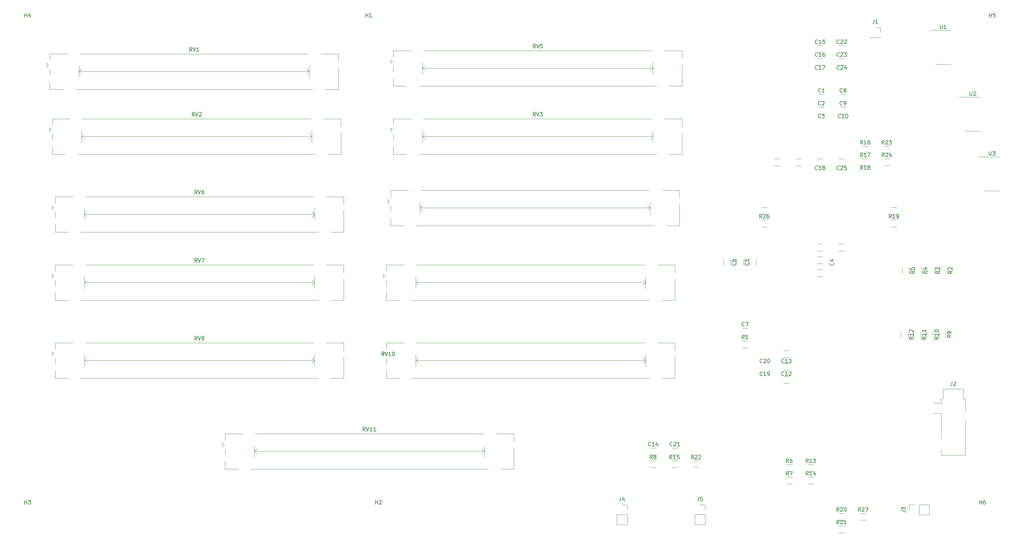
<source format=gbr>
%TF.GenerationSoftware,KiCad,Pcbnew,7.0.6*%
%TF.CreationDate,2023-07-25T22:23:12+05:30*%
%TF.ProjectId,class2_assignment,636c6173-7332-45f6-9173-7369676e6d65,rev?*%
%TF.SameCoordinates,Original*%
%TF.FileFunction,Legend,Top*%
%TF.FilePolarity,Positive*%
%FSLAX46Y46*%
G04 Gerber Fmt 4.6, Leading zero omitted, Abs format (unit mm)*
G04 Created by KiCad (PCBNEW 7.0.6) date 2023-07-25 22:23:12*
%MOMM*%
%LPD*%
G01*
G04 APERTURE LIST*
%ADD10C,0.150000*%
%ADD11C,0.120000*%
G04 APERTURE END LIST*
D10*
X177466666Y-144004819D02*
X177466666Y-144719104D01*
X177466666Y-144719104D02*
X177419047Y-144861961D01*
X177419047Y-144861961D02*
X177323809Y-144957200D01*
X177323809Y-144957200D02*
X177180952Y-145004819D01*
X177180952Y-145004819D02*
X177085714Y-145004819D01*
X178371428Y-144338152D02*
X178371428Y-145004819D01*
X178133333Y-143957200D02*
X177895238Y-144671485D01*
X177895238Y-144671485D02*
X178514285Y-144671485D01*
X250684819Y-147653333D02*
X251399104Y-147653333D01*
X251399104Y-147653333D02*
X251541961Y-147700952D01*
X251541961Y-147700952D02*
X251637200Y-147796190D01*
X251637200Y-147796190D02*
X251684819Y-147939047D01*
X251684819Y-147939047D02*
X251684819Y-148034285D01*
X250684819Y-147272380D02*
X250684819Y-146653333D01*
X250684819Y-146653333D02*
X251065771Y-146986666D01*
X251065771Y-146986666D02*
X251065771Y-146843809D01*
X251065771Y-146843809D02*
X251113390Y-146748571D01*
X251113390Y-146748571D02*
X251161009Y-146700952D01*
X251161009Y-146700952D02*
X251256247Y-146653333D01*
X251256247Y-146653333D02*
X251494342Y-146653333D01*
X251494342Y-146653333D02*
X251589580Y-146700952D01*
X251589580Y-146700952D02*
X251637200Y-146748571D01*
X251637200Y-146748571D02*
X251684819Y-146843809D01*
X251684819Y-146843809D02*
X251684819Y-147129523D01*
X251684819Y-147129523D02*
X251637200Y-147224761D01*
X251637200Y-147224761D02*
X251589580Y-147272380D01*
X115768571Y-107134819D02*
X115435238Y-106658628D01*
X115197143Y-107134819D02*
X115197143Y-106134819D01*
X115197143Y-106134819D02*
X115578095Y-106134819D01*
X115578095Y-106134819D02*
X115673333Y-106182438D01*
X115673333Y-106182438D02*
X115720952Y-106230057D01*
X115720952Y-106230057D02*
X115768571Y-106325295D01*
X115768571Y-106325295D02*
X115768571Y-106468152D01*
X115768571Y-106468152D02*
X115720952Y-106563390D01*
X115720952Y-106563390D02*
X115673333Y-106611009D01*
X115673333Y-106611009D02*
X115578095Y-106658628D01*
X115578095Y-106658628D02*
X115197143Y-106658628D01*
X116054286Y-106134819D02*
X116387619Y-107134819D01*
X116387619Y-107134819D02*
X116720952Y-106134819D01*
X117578095Y-107134819D02*
X117006667Y-107134819D01*
X117292381Y-107134819D02*
X117292381Y-106134819D01*
X117292381Y-106134819D02*
X117197143Y-106277676D01*
X117197143Y-106277676D02*
X117101905Y-106372914D01*
X117101905Y-106372914D02*
X117006667Y-106420533D01*
X118197143Y-106134819D02*
X118292381Y-106134819D01*
X118292381Y-106134819D02*
X118387619Y-106182438D01*
X118387619Y-106182438D02*
X118435238Y-106230057D01*
X118435238Y-106230057D02*
X118482857Y-106325295D01*
X118482857Y-106325295D02*
X118530476Y-106515771D01*
X118530476Y-106515771D02*
X118530476Y-106753866D01*
X118530476Y-106753866D02*
X118482857Y-106944342D01*
X118482857Y-106944342D02*
X118435238Y-107039580D01*
X118435238Y-107039580D02*
X118387619Y-107087200D01*
X118387619Y-107087200D02*
X118292381Y-107134819D01*
X118292381Y-107134819D02*
X118197143Y-107134819D01*
X118197143Y-107134819D02*
X118101905Y-107087200D01*
X118101905Y-107087200D02*
X118054286Y-107039580D01*
X118054286Y-107039580D02*
X118006667Y-106944342D01*
X118006667Y-106944342D02*
X117959048Y-106753866D01*
X117959048Y-106753866D02*
X117959048Y-106515771D01*
X117959048Y-106515771D02*
X118006667Y-106325295D01*
X118006667Y-106325295D02*
X118054286Y-106230057D01*
X118054286Y-106230057D02*
X118101905Y-106182438D01*
X118101905Y-106182438D02*
X118197143Y-106134819D01*
X67064761Y-64944819D02*
X66731428Y-64468628D01*
X66493333Y-64944819D02*
X66493333Y-63944819D01*
X66493333Y-63944819D02*
X66874285Y-63944819D01*
X66874285Y-63944819D02*
X66969523Y-63992438D01*
X66969523Y-63992438D02*
X67017142Y-64040057D01*
X67017142Y-64040057D02*
X67064761Y-64135295D01*
X67064761Y-64135295D02*
X67064761Y-64278152D01*
X67064761Y-64278152D02*
X67017142Y-64373390D01*
X67017142Y-64373390D02*
X66969523Y-64421009D01*
X66969523Y-64421009D02*
X66874285Y-64468628D01*
X66874285Y-64468628D02*
X66493333Y-64468628D01*
X67350476Y-63944819D02*
X67683809Y-64944819D01*
X67683809Y-64944819D02*
X68017142Y-63944819D01*
X68779047Y-63944819D02*
X68588571Y-63944819D01*
X68588571Y-63944819D02*
X68493333Y-63992438D01*
X68493333Y-63992438D02*
X68445714Y-64040057D01*
X68445714Y-64040057D02*
X68350476Y-64182914D01*
X68350476Y-64182914D02*
X68302857Y-64373390D01*
X68302857Y-64373390D02*
X68302857Y-64754342D01*
X68302857Y-64754342D02*
X68350476Y-64849580D01*
X68350476Y-64849580D02*
X68398095Y-64897200D01*
X68398095Y-64897200D02*
X68493333Y-64944819D01*
X68493333Y-64944819D02*
X68683809Y-64944819D01*
X68683809Y-64944819D02*
X68779047Y-64897200D01*
X68779047Y-64897200D02*
X68826666Y-64849580D01*
X68826666Y-64849580D02*
X68874285Y-64754342D01*
X68874285Y-64754342D02*
X68874285Y-64516247D01*
X68874285Y-64516247D02*
X68826666Y-64421009D01*
X68826666Y-64421009D02*
X68779047Y-64373390D01*
X68779047Y-64373390D02*
X68683809Y-64325771D01*
X68683809Y-64325771D02*
X68493333Y-64325771D01*
X68493333Y-64325771D02*
X68398095Y-64373390D01*
X68398095Y-64373390D02*
X68350476Y-64421009D01*
X68350476Y-64421009D02*
X68302857Y-64516247D01*
X110998095Y-18814819D02*
X110998095Y-17814819D01*
X110998095Y-18291009D02*
X111569523Y-18291009D01*
X111569523Y-18814819D02*
X111569523Y-17814819D01*
X112569523Y-18814819D02*
X111998095Y-18814819D01*
X112283809Y-18814819D02*
X112283809Y-17814819D01*
X112283809Y-17814819D02*
X112188571Y-17957676D01*
X112188571Y-17957676D02*
X112093333Y-18052914D01*
X112093333Y-18052914D02*
X111998095Y-18100533D01*
X155264761Y-44624819D02*
X154931428Y-44148628D01*
X154693333Y-44624819D02*
X154693333Y-43624819D01*
X154693333Y-43624819D02*
X155074285Y-43624819D01*
X155074285Y-43624819D02*
X155169523Y-43672438D01*
X155169523Y-43672438D02*
X155217142Y-43720057D01*
X155217142Y-43720057D02*
X155264761Y-43815295D01*
X155264761Y-43815295D02*
X155264761Y-43958152D01*
X155264761Y-43958152D02*
X155217142Y-44053390D01*
X155217142Y-44053390D02*
X155169523Y-44101009D01*
X155169523Y-44101009D02*
X155074285Y-44148628D01*
X155074285Y-44148628D02*
X154693333Y-44148628D01*
X155550476Y-43624819D02*
X155883809Y-44624819D01*
X155883809Y-44624819D02*
X156217142Y-43624819D01*
X156455238Y-43624819D02*
X157074285Y-43624819D01*
X157074285Y-43624819D02*
X156740952Y-44005771D01*
X156740952Y-44005771D02*
X156883809Y-44005771D01*
X156883809Y-44005771D02*
X156979047Y-44053390D01*
X156979047Y-44053390D02*
X157026666Y-44101009D01*
X157026666Y-44101009D02*
X157074285Y-44196247D01*
X157074285Y-44196247D02*
X157074285Y-44434342D01*
X157074285Y-44434342D02*
X157026666Y-44529580D01*
X157026666Y-44529580D02*
X156979047Y-44577200D01*
X156979047Y-44577200D02*
X156883809Y-44624819D01*
X156883809Y-44624819D02*
X156598095Y-44624819D01*
X156598095Y-44624819D02*
X156502857Y-44577200D01*
X156502857Y-44577200D02*
X156455238Y-44529580D01*
X273493095Y-53864819D02*
X273493095Y-54674342D01*
X273493095Y-54674342D02*
X273540714Y-54769580D01*
X273540714Y-54769580D02*
X273588333Y-54817200D01*
X273588333Y-54817200D02*
X273683571Y-54864819D01*
X273683571Y-54864819D02*
X273874047Y-54864819D01*
X273874047Y-54864819D02*
X273969285Y-54817200D01*
X273969285Y-54817200D02*
X274016904Y-54769580D01*
X274016904Y-54769580D02*
X274064523Y-54674342D01*
X274064523Y-54674342D02*
X274064523Y-53864819D01*
X274445476Y-53864819D02*
X275064523Y-53864819D01*
X275064523Y-53864819D02*
X274731190Y-54245771D01*
X274731190Y-54245771D02*
X274874047Y-54245771D01*
X274874047Y-54245771D02*
X274969285Y-54293390D01*
X274969285Y-54293390D02*
X275016904Y-54341009D01*
X275016904Y-54341009D02*
X275064523Y-54436247D01*
X275064523Y-54436247D02*
X275064523Y-54674342D01*
X275064523Y-54674342D02*
X275016904Y-54769580D01*
X275016904Y-54769580D02*
X274969285Y-54817200D01*
X274969285Y-54817200D02*
X274874047Y-54864819D01*
X274874047Y-54864819D02*
X274588333Y-54864819D01*
X274588333Y-54864819D02*
X274493095Y-54817200D01*
X274493095Y-54817200D02*
X274445476Y-54769580D01*
X22098095Y-145814819D02*
X22098095Y-144814819D01*
X22098095Y-145291009D02*
X22669523Y-145291009D01*
X22669523Y-145814819D02*
X22669523Y-144814819D01*
X23050476Y-144814819D02*
X23669523Y-144814819D01*
X23669523Y-144814819D02*
X23336190Y-145195771D01*
X23336190Y-145195771D02*
X23479047Y-145195771D01*
X23479047Y-145195771D02*
X23574285Y-145243390D01*
X23574285Y-145243390D02*
X23621904Y-145291009D01*
X23621904Y-145291009D02*
X23669523Y-145386247D01*
X23669523Y-145386247D02*
X23669523Y-145624342D01*
X23669523Y-145624342D02*
X23621904Y-145719580D01*
X23621904Y-145719580D02*
X23574285Y-145767200D01*
X23574285Y-145767200D02*
X23479047Y-145814819D01*
X23479047Y-145814819D02*
X23193333Y-145814819D01*
X23193333Y-145814819D02*
X23098095Y-145767200D01*
X23098095Y-145767200D02*
X23050476Y-145719580D01*
X155264761Y-26844819D02*
X154931428Y-26368628D01*
X154693333Y-26844819D02*
X154693333Y-25844819D01*
X154693333Y-25844819D02*
X155074285Y-25844819D01*
X155074285Y-25844819D02*
X155169523Y-25892438D01*
X155169523Y-25892438D02*
X155217142Y-25940057D01*
X155217142Y-25940057D02*
X155264761Y-26035295D01*
X155264761Y-26035295D02*
X155264761Y-26178152D01*
X155264761Y-26178152D02*
X155217142Y-26273390D01*
X155217142Y-26273390D02*
X155169523Y-26321009D01*
X155169523Y-26321009D02*
X155074285Y-26368628D01*
X155074285Y-26368628D02*
X154693333Y-26368628D01*
X155550476Y-25844819D02*
X155883809Y-26844819D01*
X155883809Y-26844819D02*
X156217142Y-25844819D01*
X157026666Y-25844819D02*
X156550476Y-25844819D01*
X156550476Y-25844819D02*
X156502857Y-26321009D01*
X156502857Y-26321009D02*
X156550476Y-26273390D01*
X156550476Y-26273390D02*
X156645714Y-26225771D01*
X156645714Y-26225771D02*
X156883809Y-26225771D01*
X156883809Y-26225771D02*
X156979047Y-26273390D01*
X156979047Y-26273390D02*
X157026666Y-26321009D01*
X157026666Y-26321009D02*
X157074285Y-26416247D01*
X157074285Y-26416247D02*
X157074285Y-26654342D01*
X157074285Y-26654342D02*
X157026666Y-26749580D01*
X157026666Y-26749580D02*
X156979047Y-26797200D01*
X156979047Y-26797200D02*
X156883809Y-26844819D01*
X156883809Y-26844819D02*
X156645714Y-26844819D01*
X156645714Y-26844819D02*
X156550476Y-26797200D01*
X156550476Y-26797200D02*
X156502857Y-26749580D01*
X67064761Y-82724819D02*
X66731428Y-82248628D01*
X66493333Y-82724819D02*
X66493333Y-81724819D01*
X66493333Y-81724819D02*
X66874285Y-81724819D01*
X66874285Y-81724819D02*
X66969523Y-81772438D01*
X66969523Y-81772438D02*
X67017142Y-81820057D01*
X67017142Y-81820057D02*
X67064761Y-81915295D01*
X67064761Y-81915295D02*
X67064761Y-82058152D01*
X67064761Y-82058152D02*
X67017142Y-82153390D01*
X67017142Y-82153390D02*
X66969523Y-82201009D01*
X66969523Y-82201009D02*
X66874285Y-82248628D01*
X66874285Y-82248628D02*
X66493333Y-82248628D01*
X67350476Y-81724819D02*
X67683809Y-82724819D01*
X67683809Y-82724819D02*
X68017142Y-81724819D01*
X68255238Y-81724819D02*
X68921904Y-81724819D01*
X68921904Y-81724819D02*
X68493333Y-82724819D01*
X66364761Y-44624819D02*
X66031428Y-44148628D01*
X65793333Y-44624819D02*
X65793333Y-43624819D01*
X65793333Y-43624819D02*
X66174285Y-43624819D01*
X66174285Y-43624819D02*
X66269523Y-43672438D01*
X66269523Y-43672438D02*
X66317142Y-43720057D01*
X66317142Y-43720057D02*
X66364761Y-43815295D01*
X66364761Y-43815295D02*
X66364761Y-43958152D01*
X66364761Y-43958152D02*
X66317142Y-44053390D01*
X66317142Y-44053390D02*
X66269523Y-44101009D01*
X66269523Y-44101009D02*
X66174285Y-44148628D01*
X66174285Y-44148628D02*
X65793333Y-44148628D01*
X66650476Y-43624819D02*
X66983809Y-44624819D01*
X66983809Y-44624819D02*
X67317142Y-43624819D01*
X67602857Y-43720057D02*
X67650476Y-43672438D01*
X67650476Y-43672438D02*
X67745714Y-43624819D01*
X67745714Y-43624819D02*
X67983809Y-43624819D01*
X67983809Y-43624819D02*
X68079047Y-43672438D01*
X68079047Y-43672438D02*
X68126666Y-43720057D01*
X68126666Y-43720057D02*
X68174285Y-43815295D01*
X68174285Y-43815295D02*
X68174285Y-43910533D01*
X68174285Y-43910533D02*
X68126666Y-44053390D01*
X68126666Y-44053390D02*
X67555238Y-44624819D01*
X67555238Y-44624819D02*
X68174285Y-44624819D01*
X260793095Y-20844819D02*
X260793095Y-21654342D01*
X260793095Y-21654342D02*
X260840714Y-21749580D01*
X260840714Y-21749580D02*
X260888333Y-21797200D01*
X260888333Y-21797200D02*
X260983571Y-21844819D01*
X260983571Y-21844819D02*
X261174047Y-21844819D01*
X261174047Y-21844819D02*
X261269285Y-21797200D01*
X261269285Y-21797200D02*
X261316904Y-21749580D01*
X261316904Y-21749580D02*
X261364523Y-21654342D01*
X261364523Y-21654342D02*
X261364523Y-20844819D01*
X262364523Y-21844819D02*
X261793095Y-21844819D01*
X262078809Y-21844819D02*
X262078809Y-20844819D01*
X262078809Y-20844819D02*
X261983571Y-20987676D01*
X261983571Y-20987676D02*
X261888333Y-21082914D01*
X261888333Y-21082914D02*
X261793095Y-21130533D01*
X243506666Y-19544819D02*
X243506666Y-20259104D01*
X243506666Y-20259104D02*
X243459047Y-20401961D01*
X243459047Y-20401961D02*
X243363809Y-20497200D01*
X243363809Y-20497200D02*
X243220952Y-20544819D01*
X243220952Y-20544819D02*
X243125714Y-20544819D01*
X244506666Y-20544819D02*
X243935238Y-20544819D01*
X244220952Y-20544819D02*
X244220952Y-19544819D01*
X244220952Y-19544819D02*
X244125714Y-19687676D01*
X244125714Y-19687676D02*
X244030476Y-19782914D01*
X244030476Y-19782914D02*
X243935238Y-19830533D01*
X67064761Y-103044819D02*
X66731428Y-102568628D01*
X66493333Y-103044819D02*
X66493333Y-102044819D01*
X66493333Y-102044819D02*
X66874285Y-102044819D01*
X66874285Y-102044819D02*
X66969523Y-102092438D01*
X66969523Y-102092438D02*
X67017142Y-102140057D01*
X67017142Y-102140057D02*
X67064761Y-102235295D01*
X67064761Y-102235295D02*
X67064761Y-102378152D01*
X67064761Y-102378152D02*
X67017142Y-102473390D01*
X67017142Y-102473390D02*
X66969523Y-102521009D01*
X66969523Y-102521009D02*
X66874285Y-102568628D01*
X66874285Y-102568628D02*
X66493333Y-102568628D01*
X67350476Y-102044819D02*
X67683809Y-103044819D01*
X67683809Y-103044819D02*
X68017142Y-102044819D01*
X68493333Y-102473390D02*
X68398095Y-102425771D01*
X68398095Y-102425771D02*
X68350476Y-102378152D01*
X68350476Y-102378152D02*
X68302857Y-102282914D01*
X68302857Y-102282914D02*
X68302857Y-102235295D01*
X68302857Y-102235295D02*
X68350476Y-102140057D01*
X68350476Y-102140057D02*
X68398095Y-102092438D01*
X68398095Y-102092438D02*
X68493333Y-102044819D01*
X68493333Y-102044819D02*
X68683809Y-102044819D01*
X68683809Y-102044819D02*
X68779047Y-102092438D01*
X68779047Y-102092438D02*
X68826666Y-102140057D01*
X68826666Y-102140057D02*
X68874285Y-102235295D01*
X68874285Y-102235295D02*
X68874285Y-102282914D01*
X68874285Y-102282914D02*
X68826666Y-102378152D01*
X68826666Y-102378152D02*
X68779047Y-102425771D01*
X68779047Y-102425771D02*
X68683809Y-102473390D01*
X68683809Y-102473390D02*
X68493333Y-102473390D01*
X68493333Y-102473390D02*
X68398095Y-102521009D01*
X68398095Y-102521009D02*
X68350476Y-102568628D01*
X68350476Y-102568628D02*
X68302857Y-102663866D01*
X68302857Y-102663866D02*
X68302857Y-102854342D01*
X68302857Y-102854342D02*
X68350476Y-102949580D01*
X68350476Y-102949580D02*
X68398095Y-102997200D01*
X68398095Y-102997200D02*
X68493333Y-103044819D01*
X68493333Y-103044819D02*
X68683809Y-103044819D01*
X68683809Y-103044819D02*
X68779047Y-102997200D01*
X68779047Y-102997200D02*
X68826666Y-102949580D01*
X68826666Y-102949580D02*
X68874285Y-102854342D01*
X68874285Y-102854342D02*
X68874285Y-102663866D01*
X68874285Y-102663866D02*
X68826666Y-102568628D01*
X68826666Y-102568628D02*
X68779047Y-102521009D01*
X68779047Y-102521009D02*
X68683809Y-102473390D01*
X197786666Y-144004819D02*
X197786666Y-144719104D01*
X197786666Y-144719104D02*
X197739047Y-144861961D01*
X197739047Y-144861961D02*
X197643809Y-144957200D01*
X197643809Y-144957200D02*
X197500952Y-145004819D01*
X197500952Y-145004819D02*
X197405714Y-145004819D01*
X198739047Y-144004819D02*
X198262857Y-144004819D01*
X198262857Y-144004819D02*
X198215238Y-144481009D01*
X198215238Y-144481009D02*
X198262857Y-144433390D01*
X198262857Y-144433390D02*
X198358095Y-144385771D01*
X198358095Y-144385771D02*
X198596190Y-144385771D01*
X198596190Y-144385771D02*
X198691428Y-144433390D01*
X198691428Y-144433390D02*
X198739047Y-144481009D01*
X198739047Y-144481009D02*
X198786666Y-144576247D01*
X198786666Y-144576247D02*
X198786666Y-144814342D01*
X198786666Y-144814342D02*
X198739047Y-144909580D01*
X198739047Y-144909580D02*
X198691428Y-144957200D01*
X198691428Y-144957200D02*
X198596190Y-145004819D01*
X198596190Y-145004819D02*
X198358095Y-145004819D01*
X198358095Y-145004819D02*
X198262857Y-144957200D01*
X198262857Y-144957200D02*
X198215238Y-144909580D01*
X271018095Y-145814819D02*
X271018095Y-144814819D01*
X271018095Y-145291009D02*
X271589523Y-145291009D01*
X271589523Y-145814819D02*
X271589523Y-144814819D01*
X272494285Y-144814819D02*
X272303809Y-144814819D01*
X272303809Y-144814819D02*
X272208571Y-144862438D01*
X272208571Y-144862438D02*
X272160952Y-144910057D01*
X272160952Y-144910057D02*
X272065714Y-145052914D01*
X272065714Y-145052914D02*
X272018095Y-145243390D01*
X272018095Y-145243390D02*
X272018095Y-145624342D01*
X272018095Y-145624342D02*
X272065714Y-145719580D01*
X272065714Y-145719580D02*
X272113333Y-145767200D01*
X272113333Y-145767200D02*
X272208571Y-145814819D01*
X272208571Y-145814819D02*
X272399047Y-145814819D01*
X272399047Y-145814819D02*
X272494285Y-145767200D01*
X272494285Y-145767200D02*
X272541904Y-145719580D01*
X272541904Y-145719580D02*
X272589523Y-145624342D01*
X272589523Y-145624342D02*
X272589523Y-145386247D01*
X272589523Y-145386247D02*
X272541904Y-145291009D01*
X272541904Y-145291009D02*
X272494285Y-145243390D01*
X272494285Y-145243390D02*
X272399047Y-145195771D01*
X272399047Y-145195771D02*
X272208571Y-145195771D01*
X272208571Y-145195771D02*
X272113333Y-145243390D01*
X272113333Y-145243390D02*
X272065714Y-145291009D01*
X272065714Y-145291009D02*
X272018095Y-145386247D01*
X110918571Y-126784819D02*
X110585238Y-126308628D01*
X110347143Y-126784819D02*
X110347143Y-125784819D01*
X110347143Y-125784819D02*
X110728095Y-125784819D01*
X110728095Y-125784819D02*
X110823333Y-125832438D01*
X110823333Y-125832438D02*
X110870952Y-125880057D01*
X110870952Y-125880057D02*
X110918571Y-125975295D01*
X110918571Y-125975295D02*
X110918571Y-126118152D01*
X110918571Y-126118152D02*
X110870952Y-126213390D01*
X110870952Y-126213390D02*
X110823333Y-126261009D01*
X110823333Y-126261009D02*
X110728095Y-126308628D01*
X110728095Y-126308628D02*
X110347143Y-126308628D01*
X111204286Y-125784819D02*
X111537619Y-126784819D01*
X111537619Y-126784819D02*
X111870952Y-125784819D01*
X112728095Y-126784819D02*
X112156667Y-126784819D01*
X112442381Y-126784819D02*
X112442381Y-125784819D01*
X112442381Y-125784819D02*
X112347143Y-125927676D01*
X112347143Y-125927676D02*
X112251905Y-126022914D01*
X112251905Y-126022914D02*
X112156667Y-126070533D01*
X113680476Y-126784819D02*
X113109048Y-126784819D01*
X113394762Y-126784819D02*
X113394762Y-125784819D01*
X113394762Y-125784819D02*
X113299524Y-125927676D01*
X113299524Y-125927676D02*
X113204286Y-126022914D01*
X113204286Y-126022914D02*
X113109048Y-126070533D01*
X113538095Y-145814819D02*
X113538095Y-144814819D01*
X113538095Y-145291009D02*
X114109523Y-145291009D01*
X114109523Y-145814819D02*
X114109523Y-144814819D01*
X114538095Y-144910057D02*
X114585714Y-144862438D01*
X114585714Y-144862438D02*
X114680952Y-144814819D01*
X114680952Y-144814819D02*
X114919047Y-144814819D01*
X114919047Y-144814819D02*
X115014285Y-144862438D01*
X115014285Y-144862438D02*
X115061904Y-144910057D01*
X115061904Y-144910057D02*
X115109523Y-145005295D01*
X115109523Y-145005295D02*
X115109523Y-145100533D01*
X115109523Y-145100533D02*
X115061904Y-145243390D01*
X115061904Y-145243390D02*
X114490476Y-145814819D01*
X114490476Y-145814819D02*
X115109523Y-145814819D01*
X263826666Y-113974819D02*
X263826666Y-114689104D01*
X263826666Y-114689104D02*
X263779047Y-114831961D01*
X263779047Y-114831961D02*
X263683809Y-114927200D01*
X263683809Y-114927200D02*
X263540952Y-114974819D01*
X263540952Y-114974819D02*
X263445714Y-114974819D01*
X264255238Y-114070057D02*
X264302857Y-114022438D01*
X264302857Y-114022438D02*
X264398095Y-113974819D01*
X264398095Y-113974819D02*
X264636190Y-113974819D01*
X264636190Y-113974819D02*
X264731428Y-114022438D01*
X264731428Y-114022438D02*
X264779047Y-114070057D01*
X264779047Y-114070057D02*
X264826666Y-114165295D01*
X264826666Y-114165295D02*
X264826666Y-114260533D01*
X264826666Y-114260533D02*
X264779047Y-114403390D01*
X264779047Y-114403390D02*
X264207619Y-114974819D01*
X264207619Y-114974819D02*
X264826666Y-114974819D01*
X22098095Y-18814819D02*
X22098095Y-17814819D01*
X22098095Y-18291009D02*
X22669523Y-18291009D01*
X22669523Y-18814819D02*
X22669523Y-17814819D01*
X23574285Y-18148152D02*
X23574285Y-18814819D01*
X23336190Y-17767200D02*
X23098095Y-18481485D01*
X23098095Y-18481485D02*
X23717142Y-18481485D01*
X65674761Y-27724819D02*
X65341428Y-27248628D01*
X65103333Y-27724819D02*
X65103333Y-26724819D01*
X65103333Y-26724819D02*
X65484285Y-26724819D01*
X65484285Y-26724819D02*
X65579523Y-26772438D01*
X65579523Y-26772438D02*
X65627142Y-26820057D01*
X65627142Y-26820057D02*
X65674761Y-26915295D01*
X65674761Y-26915295D02*
X65674761Y-27058152D01*
X65674761Y-27058152D02*
X65627142Y-27153390D01*
X65627142Y-27153390D02*
X65579523Y-27201009D01*
X65579523Y-27201009D02*
X65484285Y-27248628D01*
X65484285Y-27248628D02*
X65103333Y-27248628D01*
X65960476Y-26724819D02*
X66293809Y-27724819D01*
X66293809Y-27724819D02*
X66627142Y-26724819D01*
X67484285Y-27724819D02*
X66912857Y-27724819D01*
X67198571Y-27724819D02*
X67198571Y-26724819D01*
X67198571Y-26724819D02*
X67103333Y-26867676D01*
X67103333Y-26867676D02*
X67008095Y-26962914D01*
X67008095Y-26962914D02*
X66912857Y-27010533D01*
X268478095Y-38284819D02*
X268478095Y-39094342D01*
X268478095Y-39094342D02*
X268525714Y-39189580D01*
X268525714Y-39189580D02*
X268573333Y-39237200D01*
X268573333Y-39237200D02*
X268668571Y-39284819D01*
X268668571Y-39284819D02*
X268859047Y-39284819D01*
X268859047Y-39284819D02*
X268954285Y-39237200D01*
X268954285Y-39237200D02*
X269001904Y-39189580D01*
X269001904Y-39189580D02*
X269049523Y-39094342D01*
X269049523Y-39094342D02*
X269049523Y-38284819D01*
X269478095Y-38380057D02*
X269525714Y-38332438D01*
X269525714Y-38332438D02*
X269620952Y-38284819D01*
X269620952Y-38284819D02*
X269859047Y-38284819D01*
X269859047Y-38284819D02*
X269954285Y-38332438D01*
X269954285Y-38332438D02*
X270001904Y-38380057D01*
X270001904Y-38380057D02*
X270049523Y-38475295D01*
X270049523Y-38475295D02*
X270049523Y-38570533D01*
X270049523Y-38570533D02*
X270001904Y-38713390D01*
X270001904Y-38713390D02*
X269430476Y-39284819D01*
X269430476Y-39284819D02*
X270049523Y-39284819D01*
X273558095Y-18814819D02*
X273558095Y-17814819D01*
X273558095Y-18291009D02*
X274129523Y-18291009D01*
X274129523Y-18814819D02*
X274129523Y-17814819D01*
X275081904Y-17814819D02*
X274605714Y-17814819D01*
X274605714Y-17814819D02*
X274558095Y-18291009D01*
X274558095Y-18291009D02*
X274605714Y-18243390D01*
X274605714Y-18243390D02*
X274700952Y-18195771D01*
X274700952Y-18195771D02*
X274939047Y-18195771D01*
X274939047Y-18195771D02*
X275034285Y-18243390D01*
X275034285Y-18243390D02*
X275081904Y-18291009D01*
X275081904Y-18291009D02*
X275129523Y-18386247D01*
X275129523Y-18386247D02*
X275129523Y-18624342D01*
X275129523Y-18624342D02*
X275081904Y-18719580D01*
X275081904Y-18719580D02*
X275034285Y-18767200D01*
X275034285Y-18767200D02*
X274939047Y-18814819D01*
X274939047Y-18814819D02*
X274700952Y-18814819D01*
X274700952Y-18814819D02*
X274605714Y-18767200D01*
X274605714Y-18767200D02*
X274558095Y-18719580D01*
X232918380Y-82921666D02*
X232966000Y-82969285D01*
X232966000Y-82969285D02*
X233013619Y-83112142D01*
X233013619Y-83112142D02*
X233013619Y-83207380D01*
X233013619Y-83207380D02*
X232966000Y-83350237D01*
X232966000Y-83350237D02*
X232870761Y-83445475D01*
X232870761Y-83445475D02*
X232775523Y-83493094D01*
X232775523Y-83493094D02*
X232585047Y-83540713D01*
X232585047Y-83540713D02*
X232442190Y-83540713D01*
X232442190Y-83540713D02*
X232251714Y-83493094D01*
X232251714Y-83493094D02*
X232156476Y-83445475D01*
X232156476Y-83445475D02*
X232061238Y-83350237D01*
X232061238Y-83350237D02*
X232013619Y-83207380D01*
X232013619Y-83207380D02*
X232013619Y-83112142D01*
X232013619Y-83112142D02*
X232061238Y-82969285D01*
X232061238Y-82969285D02*
X232108857Y-82921666D01*
X232346952Y-82064523D02*
X233013619Y-82064523D01*
X231966000Y-82302618D02*
X232680285Y-82540713D01*
X232680285Y-82540713D02*
X232680285Y-81921666D01*
X214258942Y-71254819D02*
X213925609Y-70778628D01*
X213687514Y-71254819D02*
X213687514Y-70254819D01*
X213687514Y-70254819D02*
X214068466Y-70254819D01*
X214068466Y-70254819D02*
X214163704Y-70302438D01*
X214163704Y-70302438D02*
X214211323Y-70350057D01*
X214211323Y-70350057D02*
X214258942Y-70445295D01*
X214258942Y-70445295D02*
X214258942Y-70588152D01*
X214258942Y-70588152D02*
X214211323Y-70683390D01*
X214211323Y-70683390D02*
X214163704Y-70731009D01*
X214163704Y-70731009D02*
X214068466Y-70778628D01*
X214068466Y-70778628D02*
X213687514Y-70778628D01*
X214639895Y-70350057D02*
X214687514Y-70302438D01*
X214687514Y-70302438D02*
X214782752Y-70254819D01*
X214782752Y-70254819D02*
X215020847Y-70254819D01*
X215020847Y-70254819D02*
X215116085Y-70302438D01*
X215116085Y-70302438D02*
X215163704Y-70350057D01*
X215163704Y-70350057D02*
X215211323Y-70445295D01*
X215211323Y-70445295D02*
X215211323Y-70540533D01*
X215211323Y-70540533D02*
X215163704Y-70683390D01*
X215163704Y-70683390D02*
X214592276Y-71254819D01*
X214592276Y-71254819D02*
X215211323Y-71254819D01*
X216068466Y-70254819D02*
X215877990Y-70254819D01*
X215877990Y-70254819D02*
X215782752Y-70302438D01*
X215782752Y-70302438D02*
X215735133Y-70350057D01*
X215735133Y-70350057D02*
X215639895Y-70492914D01*
X215639895Y-70492914D02*
X215592276Y-70683390D01*
X215592276Y-70683390D02*
X215592276Y-71064342D01*
X215592276Y-71064342D02*
X215639895Y-71159580D01*
X215639895Y-71159580D02*
X215687514Y-71207200D01*
X215687514Y-71207200D02*
X215782752Y-71254819D01*
X215782752Y-71254819D02*
X215973228Y-71254819D01*
X215973228Y-71254819D02*
X216068466Y-71207200D01*
X216068466Y-71207200D02*
X216116085Y-71159580D01*
X216116085Y-71159580D02*
X216163704Y-71064342D01*
X216163704Y-71064342D02*
X216163704Y-70826247D01*
X216163704Y-70826247D02*
X216116085Y-70731009D01*
X216116085Y-70731009D02*
X216068466Y-70683390D01*
X216068466Y-70683390D02*
X215973228Y-70635771D01*
X215973228Y-70635771D02*
X215782752Y-70635771D01*
X215782752Y-70635771D02*
X215687514Y-70683390D01*
X215687514Y-70683390D02*
X215639895Y-70731009D01*
X215639895Y-70731009D02*
X215592276Y-70826247D01*
X214400942Y-108889580D02*
X214353323Y-108937200D01*
X214353323Y-108937200D02*
X214210466Y-108984819D01*
X214210466Y-108984819D02*
X214115228Y-108984819D01*
X214115228Y-108984819D02*
X213972371Y-108937200D01*
X213972371Y-108937200D02*
X213877133Y-108841961D01*
X213877133Y-108841961D02*
X213829514Y-108746723D01*
X213829514Y-108746723D02*
X213781895Y-108556247D01*
X213781895Y-108556247D02*
X213781895Y-108413390D01*
X213781895Y-108413390D02*
X213829514Y-108222914D01*
X213829514Y-108222914D02*
X213877133Y-108127676D01*
X213877133Y-108127676D02*
X213972371Y-108032438D01*
X213972371Y-108032438D02*
X214115228Y-107984819D01*
X214115228Y-107984819D02*
X214210466Y-107984819D01*
X214210466Y-107984819D02*
X214353323Y-108032438D01*
X214353323Y-108032438D02*
X214400942Y-108080057D01*
X214781895Y-108080057D02*
X214829514Y-108032438D01*
X214829514Y-108032438D02*
X214924752Y-107984819D01*
X214924752Y-107984819D02*
X215162847Y-107984819D01*
X215162847Y-107984819D02*
X215258085Y-108032438D01*
X215258085Y-108032438D02*
X215305704Y-108080057D01*
X215305704Y-108080057D02*
X215353323Y-108175295D01*
X215353323Y-108175295D02*
X215353323Y-108270533D01*
X215353323Y-108270533D02*
X215305704Y-108413390D01*
X215305704Y-108413390D02*
X214734276Y-108984819D01*
X214734276Y-108984819D02*
X215353323Y-108984819D01*
X215972371Y-107984819D02*
X216067609Y-107984819D01*
X216067609Y-107984819D02*
X216162847Y-108032438D01*
X216162847Y-108032438D02*
X216210466Y-108080057D01*
X216210466Y-108080057D02*
X216258085Y-108175295D01*
X216258085Y-108175295D02*
X216305704Y-108365771D01*
X216305704Y-108365771D02*
X216305704Y-108603866D01*
X216305704Y-108603866D02*
X216258085Y-108794342D01*
X216258085Y-108794342D02*
X216210466Y-108889580D01*
X216210466Y-108889580D02*
X216162847Y-108937200D01*
X216162847Y-108937200D02*
X216067609Y-108984819D01*
X216067609Y-108984819D02*
X215972371Y-108984819D01*
X215972371Y-108984819D02*
X215877133Y-108937200D01*
X215877133Y-108937200D02*
X215829514Y-108889580D01*
X215829514Y-108889580D02*
X215781895Y-108794342D01*
X215781895Y-108794342D02*
X215734276Y-108603866D01*
X215734276Y-108603866D02*
X215734276Y-108365771D01*
X215734276Y-108365771D02*
X215781895Y-108175295D01*
X215781895Y-108175295D02*
X215829514Y-108080057D01*
X215829514Y-108080057D02*
X215877133Y-108032438D01*
X215877133Y-108032438D02*
X215972371Y-107984819D01*
X235272133Y-41689580D02*
X235224514Y-41737200D01*
X235224514Y-41737200D02*
X235081657Y-41784819D01*
X235081657Y-41784819D02*
X234986419Y-41784819D01*
X234986419Y-41784819D02*
X234843562Y-41737200D01*
X234843562Y-41737200D02*
X234748324Y-41641961D01*
X234748324Y-41641961D02*
X234700705Y-41546723D01*
X234700705Y-41546723D02*
X234653086Y-41356247D01*
X234653086Y-41356247D02*
X234653086Y-41213390D01*
X234653086Y-41213390D02*
X234700705Y-41022914D01*
X234700705Y-41022914D02*
X234748324Y-40927676D01*
X234748324Y-40927676D02*
X234843562Y-40832438D01*
X234843562Y-40832438D02*
X234986419Y-40784819D01*
X234986419Y-40784819D02*
X235081657Y-40784819D01*
X235081657Y-40784819D02*
X235224514Y-40832438D01*
X235224514Y-40832438D02*
X235272133Y-40880057D01*
X235748324Y-41784819D02*
X235938800Y-41784819D01*
X235938800Y-41784819D02*
X236034038Y-41737200D01*
X236034038Y-41737200D02*
X236081657Y-41689580D01*
X236081657Y-41689580D02*
X236176895Y-41546723D01*
X236176895Y-41546723D02*
X236224514Y-41356247D01*
X236224514Y-41356247D02*
X236224514Y-40975295D01*
X236224514Y-40975295D02*
X236176895Y-40880057D01*
X236176895Y-40880057D02*
X236129276Y-40832438D01*
X236129276Y-40832438D02*
X236034038Y-40784819D01*
X236034038Y-40784819D02*
X235843562Y-40784819D01*
X235843562Y-40784819D02*
X235748324Y-40832438D01*
X235748324Y-40832438D02*
X235700705Y-40880057D01*
X235700705Y-40880057D02*
X235653086Y-40975295D01*
X235653086Y-40975295D02*
X235653086Y-41213390D01*
X235653086Y-41213390D02*
X235700705Y-41308628D01*
X235700705Y-41308628D02*
X235748324Y-41356247D01*
X235748324Y-41356247D02*
X235843562Y-41403866D01*
X235843562Y-41403866D02*
X236034038Y-41403866D01*
X236034038Y-41403866D02*
X236129276Y-41356247D01*
X236129276Y-41356247D02*
X236176895Y-41308628D01*
X236176895Y-41308628D02*
X236224514Y-41213390D01*
X234460942Y-58549580D02*
X234413323Y-58597200D01*
X234413323Y-58597200D02*
X234270466Y-58644819D01*
X234270466Y-58644819D02*
X234175228Y-58644819D01*
X234175228Y-58644819D02*
X234032371Y-58597200D01*
X234032371Y-58597200D02*
X233937133Y-58501961D01*
X233937133Y-58501961D02*
X233889514Y-58406723D01*
X233889514Y-58406723D02*
X233841895Y-58216247D01*
X233841895Y-58216247D02*
X233841895Y-58073390D01*
X233841895Y-58073390D02*
X233889514Y-57882914D01*
X233889514Y-57882914D02*
X233937133Y-57787676D01*
X233937133Y-57787676D02*
X234032371Y-57692438D01*
X234032371Y-57692438D02*
X234175228Y-57644819D01*
X234175228Y-57644819D02*
X234270466Y-57644819D01*
X234270466Y-57644819D02*
X234413323Y-57692438D01*
X234413323Y-57692438D02*
X234460942Y-57740057D01*
X234841895Y-57740057D02*
X234889514Y-57692438D01*
X234889514Y-57692438D02*
X234984752Y-57644819D01*
X234984752Y-57644819D02*
X235222847Y-57644819D01*
X235222847Y-57644819D02*
X235318085Y-57692438D01*
X235318085Y-57692438D02*
X235365704Y-57740057D01*
X235365704Y-57740057D02*
X235413323Y-57835295D01*
X235413323Y-57835295D02*
X235413323Y-57930533D01*
X235413323Y-57930533D02*
X235365704Y-58073390D01*
X235365704Y-58073390D02*
X234794276Y-58644819D01*
X234794276Y-58644819D02*
X235413323Y-58644819D01*
X236318085Y-57644819D02*
X235841895Y-57644819D01*
X235841895Y-57644819D02*
X235794276Y-58121009D01*
X235794276Y-58121009D02*
X235841895Y-58073390D01*
X235841895Y-58073390D02*
X235937133Y-58025771D01*
X235937133Y-58025771D02*
X236175228Y-58025771D01*
X236175228Y-58025771D02*
X236270466Y-58073390D01*
X236270466Y-58073390D02*
X236318085Y-58121009D01*
X236318085Y-58121009D02*
X236365704Y-58216247D01*
X236365704Y-58216247D02*
X236365704Y-58454342D01*
X236365704Y-58454342D02*
X236318085Y-58549580D01*
X236318085Y-58549580D02*
X236270466Y-58597200D01*
X236270466Y-58597200D02*
X236175228Y-58644819D01*
X236175228Y-58644819D02*
X235937133Y-58644819D01*
X235937133Y-58644819D02*
X235841895Y-58597200D01*
X235841895Y-58597200D02*
X235794276Y-58549580D01*
X240568842Y-55264819D02*
X240235509Y-54788628D01*
X239997414Y-55264819D02*
X239997414Y-54264819D01*
X239997414Y-54264819D02*
X240378366Y-54264819D01*
X240378366Y-54264819D02*
X240473604Y-54312438D01*
X240473604Y-54312438D02*
X240521223Y-54360057D01*
X240521223Y-54360057D02*
X240568842Y-54455295D01*
X240568842Y-54455295D02*
X240568842Y-54598152D01*
X240568842Y-54598152D02*
X240521223Y-54693390D01*
X240521223Y-54693390D02*
X240473604Y-54741009D01*
X240473604Y-54741009D02*
X240378366Y-54788628D01*
X240378366Y-54788628D02*
X239997414Y-54788628D01*
X241521223Y-55264819D02*
X240949795Y-55264819D01*
X241235509Y-55264819D02*
X241235509Y-54264819D01*
X241235509Y-54264819D02*
X241140271Y-54407676D01*
X241140271Y-54407676D02*
X241045033Y-54502914D01*
X241045033Y-54502914D02*
X240949795Y-54550533D01*
X241854557Y-54264819D02*
X242521223Y-54264819D01*
X242521223Y-54264819D02*
X242092652Y-55264819D01*
X254024819Y-85064166D02*
X253548628Y-85397499D01*
X254024819Y-85635594D02*
X253024819Y-85635594D01*
X253024819Y-85635594D02*
X253024819Y-85254642D01*
X253024819Y-85254642D02*
X253072438Y-85159404D01*
X253072438Y-85159404D02*
X253120057Y-85111785D01*
X253120057Y-85111785D02*
X253215295Y-85064166D01*
X253215295Y-85064166D02*
X253358152Y-85064166D01*
X253358152Y-85064166D02*
X253453390Y-85111785D01*
X253453390Y-85111785D02*
X253501009Y-85159404D01*
X253501009Y-85159404D02*
X253548628Y-85254642D01*
X253548628Y-85254642D02*
X253548628Y-85635594D01*
X253024819Y-84159404D02*
X253024819Y-84635594D01*
X253024819Y-84635594D02*
X253501009Y-84683213D01*
X253501009Y-84683213D02*
X253453390Y-84635594D01*
X253453390Y-84635594D02*
X253405771Y-84540356D01*
X253405771Y-84540356D02*
X253405771Y-84302261D01*
X253405771Y-84302261D02*
X253453390Y-84207023D01*
X253453390Y-84207023D02*
X253501009Y-84159404D01*
X253501009Y-84159404D02*
X253596247Y-84111785D01*
X253596247Y-84111785D02*
X253834342Y-84111785D01*
X253834342Y-84111785D02*
X253929580Y-84159404D01*
X253929580Y-84159404D02*
X253977200Y-84207023D01*
X253977200Y-84207023D02*
X254024819Y-84302261D01*
X254024819Y-84302261D02*
X254024819Y-84540356D01*
X254024819Y-84540356D02*
X253977200Y-84635594D01*
X253977200Y-84635594D02*
X253929580Y-84683213D01*
X207408380Y-82921666D02*
X207456000Y-82969285D01*
X207456000Y-82969285D02*
X207503619Y-83112142D01*
X207503619Y-83112142D02*
X207503619Y-83207380D01*
X207503619Y-83207380D02*
X207456000Y-83350237D01*
X207456000Y-83350237D02*
X207360761Y-83445475D01*
X207360761Y-83445475D02*
X207265523Y-83493094D01*
X207265523Y-83493094D02*
X207075047Y-83540713D01*
X207075047Y-83540713D02*
X206932190Y-83540713D01*
X206932190Y-83540713D02*
X206741714Y-83493094D01*
X206741714Y-83493094D02*
X206646476Y-83445475D01*
X206646476Y-83445475D02*
X206551238Y-83350237D01*
X206551238Y-83350237D02*
X206503619Y-83207380D01*
X206503619Y-83207380D02*
X206503619Y-83112142D01*
X206503619Y-83112142D02*
X206551238Y-82969285D01*
X206551238Y-82969285D02*
X206598857Y-82921666D01*
X206503619Y-82064523D02*
X206503619Y-82254999D01*
X206503619Y-82254999D02*
X206551238Y-82350237D01*
X206551238Y-82350237D02*
X206598857Y-82397856D01*
X206598857Y-82397856D02*
X206741714Y-82493094D01*
X206741714Y-82493094D02*
X206932190Y-82540713D01*
X206932190Y-82540713D02*
X207313142Y-82540713D01*
X207313142Y-82540713D02*
X207408380Y-82493094D01*
X207408380Y-82493094D02*
X207456000Y-82445475D01*
X207456000Y-82445475D02*
X207503619Y-82350237D01*
X207503619Y-82350237D02*
X207503619Y-82159761D01*
X207503619Y-82159761D02*
X207456000Y-82064523D01*
X207456000Y-82064523D02*
X207408380Y-82016904D01*
X207408380Y-82016904D02*
X207313142Y-81969285D01*
X207313142Y-81969285D02*
X207075047Y-81969285D01*
X207075047Y-81969285D02*
X206979809Y-82016904D01*
X206979809Y-82016904D02*
X206932190Y-82064523D01*
X206932190Y-82064523D02*
X206884571Y-82159761D01*
X206884571Y-82159761D02*
X206884571Y-82350237D01*
X206884571Y-82350237D02*
X206932190Y-82445475D01*
X206932190Y-82445475D02*
X206979809Y-82493094D01*
X206979809Y-82493094D02*
X207075047Y-82540713D01*
X196472142Y-134034819D02*
X196138809Y-133558628D01*
X195900714Y-134034819D02*
X195900714Y-133034819D01*
X195900714Y-133034819D02*
X196281666Y-133034819D01*
X196281666Y-133034819D02*
X196376904Y-133082438D01*
X196376904Y-133082438D02*
X196424523Y-133130057D01*
X196424523Y-133130057D02*
X196472142Y-133225295D01*
X196472142Y-133225295D02*
X196472142Y-133368152D01*
X196472142Y-133368152D02*
X196424523Y-133463390D01*
X196424523Y-133463390D02*
X196376904Y-133511009D01*
X196376904Y-133511009D02*
X196281666Y-133558628D01*
X196281666Y-133558628D02*
X195900714Y-133558628D01*
X196853095Y-133130057D02*
X196900714Y-133082438D01*
X196900714Y-133082438D02*
X196995952Y-133034819D01*
X196995952Y-133034819D02*
X197234047Y-133034819D01*
X197234047Y-133034819D02*
X197329285Y-133082438D01*
X197329285Y-133082438D02*
X197376904Y-133130057D01*
X197376904Y-133130057D02*
X197424523Y-133225295D01*
X197424523Y-133225295D02*
X197424523Y-133320533D01*
X197424523Y-133320533D02*
X197376904Y-133463390D01*
X197376904Y-133463390D02*
X196805476Y-134034819D01*
X196805476Y-134034819D02*
X197424523Y-134034819D01*
X197805476Y-133130057D02*
X197853095Y-133082438D01*
X197853095Y-133082438D02*
X197948333Y-133034819D01*
X197948333Y-133034819D02*
X198186428Y-133034819D01*
X198186428Y-133034819D02*
X198281666Y-133082438D01*
X198281666Y-133082438D02*
X198329285Y-133130057D01*
X198329285Y-133130057D02*
X198376904Y-133225295D01*
X198376904Y-133225295D02*
X198376904Y-133320533D01*
X198376904Y-133320533D02*
X198329285Y-133463390D01*
X198329285Y-133463390D02*
X197757857Y-134034819D01*
X197757857Y-134034819D02*
X198376904Y-134034819D01*
X229622133Y-41689580D02*
X229574514Y-41737200D01*
X229574514Y-41737200D02*
X229431657Y-41784819D01*
X229431657Y-41784819D02*
X229336419Y-41784819D01*
X229336419Y-41784819D02*
X229193562Y-41737200D01*
X229193562Y-41737200D02*
X229098324Y-41641961D01*
X229098324Y-41641961D02*
X229050705Y-41546723D01*
X229050705Y-41546723D02*
X229003086Y-41356247D01*
X229003086Y-41356247D02*
X229003086Y-41213390D01*
X229003086Y-41213390D02*
X229050705Y-41022914D01*
X229050705Y-41022914D02*
X229098324Y-40927676D01*
X229098324Y-40927676D02*
X229193562Y-40832438D01*
X229193562Y-40832438D02*
X229336419Y-40784819D01*
X229336419Y-40784819D02*
X229431657Y-40784819D01*
X229431657Y-40784819D02*
X229574514Y-40832438D01*
X229574514Y-40832438D02*
X229622133Y-40880057D01*
X230003086Y-40880057D02*
X230050705Y-40832438D01*
X230050705Y-40832438D02*
X230145943Y-40784819D01*
X230145943Y-40784819D02*
X230384038Y-40784819D01*
X230384038Y-40784819D02*
X230479276Y-40832438D01*
X230479276Y-40832438D02*
X230526895Y-40880057D01*
X230526895Y-40880057D02*
X230574514Y-40975295D01*
X230574514Y-40975295D02*
X230574514Y-41070533D01*
X230574514Y-41070533D02*
X230526895Y-41213390D01*
X230526895Y-41213390D02*
X229955467Y-41784819D01*
X229955467Y-41784819D02*
X230574514Y-41784819D01*
X257314819Y-85064166D02*
X256838628Y-85397499D01*
X257314819Y-85635594D02*
X256314819Y-85635594D01*
X256314819Y-85635594D02*
X256314819Y-85254642D01*
X256314819Y-85254642D02*
X256362438Y-85159404D01*
X256362438Y-85159404D02*
X256410057Y-85111785D01*
X256410057Y-85111785D02*
X256505295Y-85064166D01*
X256505295Y-85064166D02*
X256648152Y-85064166D01*
X256648152Y-85064166D02*
X256743390Y-85111785D01*
X256743390Y-85111785D02*
X256791009Y-85159404D01*
X256791009Y-85159404D02*
X256838628Y-85254642D01*
X256838628Y-85254642D02*
X256838628Y-85635594D01*
X256648152Y-84207023D02*
X257314819Y-84207023D01*
X256267200Y-84445118D02*
X256981485Y-84683213D01*
X256981485Y-84683213D02*
X256981485Y-84064166D01*
X185312142Y-130589580D02*
X185264523Y-130637200D01*
X185264523Y-130637200D02*
X185121666Y-130684819D01*
X185121666Y-130684819D02*
X185026428Y-130684819D01*
X185026428Y-130684819D02*
X184883571Y-130637200D01*
X184883571Y-130637200D02*
X184788333Y-130541961D01*
X184788333Y-130541961D02*
X184740714Y-130446723D01*
X184740714Y-130446723D02*
X184693095Y-130256247D01*
X184693095Y-130256247D02*
X184693095Y-130113390D01*
X184693095Y-130113390D02*
X184740714Y-129922914D01*
X184740714Y-129922914D02*
X184788333Y-129827676D01*
X184788333Y-129827676D02*
X184883571Y-129732438D01*
X184883571Y-129732438D02*
X185026428Y-129684819D01*
X185026428Y-129684819D02*
X185121666Y-129684819D01*
X185121666Y-129684819D02*
X185264523Y-129732438D01*
X185264523Y-129732438D02*
X185312142Y-129780057D01*
X186264523Y-130684819D02*
X185693095Y-130684819D01*
X185978809Y-130684819D02*
X185978809Y-129684819D01*
X185978809Y-129684819D02*
X185883571Y-129827676D01*
X185883571Y-129827676D02*
X185788333Y-129922914D01*
X185788333Y-129922914D02*
X185693095Y-129970533D01*
X187121666Y-130018152D02*
X187121666Y-130684819D01*
X186883571Y-129637200D02*
X186645476Y-130351485D01*
X186645476Y-130351485D02*
X187264523Y-130351485D01*
X229622133Y-38339580D02*
X229574514Y-38387200D01*
X229574514Y-38387200D02*
X229431657Y-38434819D01*
X229431657Y-38434819D02*
X229336419Y-38434819D01*
X229336419Y-38434819D02*
X229193562Y-38387200D01*
X229193562Y-38387200D02*
X229098324Y-38291961D01*
X229098324Y-38291961D02*
X229050705Y-38196723D01*
X229050705Y-38196723D02*
X229003086Y-38006247D01*
X229003086Y-38006247D02*
X229003086Y-37863390D01*
X229003086Y-37863390D02*
X229050705Y-37672914D01*
X229050705Y-37672914D02*
X229098324Y-37577676D01*
X229098324Y-37577676D02*
X229193562Y-37482438D01*
X229193562Y-37482438D02*
X229336419Y-37434819D01*
X229336419Y-37434819D02*
X229431657Y-37434819D01*
X229431657Y-37434819D02*
X229574514Y-37482438D01*
X229574514Y-37482438D02*
X229622133Y-37530057D01*
X230574514Y-38434819D02*
X230003086Y-38434819D01*
X230288800Y-38434819D02*
X230288800Y-37434819D01*
X230288800Y-37434819D02*
X230193562Y-37577676D01*
X230193562Y-37577676D02*
X230098324Y-37672914D01*
X230098324Y-37672914D02*
X230003086Y-37720533D01*
X221254733Y-138334819D02*
X220921400Y-137858628D01*
X220683305Y-138334819D02*
X220683305Y-137334819D01*
X220683305Y-137334819D02*
X221064257Y-137334819D01*
X221064257Y-137334819D02*
X221159495Y-137382438D01*
X221159495Y-137382438D02*
X221207114Y-137430057D01*
X221207114Y-137430057D02*
X221254733Y-137525295D01*
X221254733Y-137525295D02*
X221254733Y-137668152D01*
X221254733Y-137668152D02*
X221207114Y-137763390D01*
X221207114Y-137763390D02*
X221159495Y-137811009D01*
X221159495Y-137811009D02*
X221064257Y-137858628D01*
X221064257Y-137858628D02*
X220683305Y-137858628D01*
X221588067Y-137334819D02*
X222254733Y-137334819D01*
X222254733Y-137334819D02*
X221826162Y-138334819D01*
X209704633Y-102774819D02*
X209371300Y-102298628D01*
X209133205Y-102774819D02*
X209133205Y-101774819D01*
X209133205Y-101774819D02*
X209514157Y-101774819D01*
X209514157Y-101774819D02*
X209609395Y-101822438D01*
X209609395Y-101822438D02*
X209657014Y-101870057D01*
X209657014Y-101870057D02*
X209704633Y-101965295D01*
X209704633Y-101965295D02*
X209704633Y-102108152D01*
X209704633Y-102108152D02*
X209657014Y-102203390D01*
X209657014Y-102203390D02*
X209609395Y-102251009D01*
X209609395Y-102251009D02*
X209514157Y-102298628D01*
X209514157Y-102298628D02*
X209133205Y-102298628D01*
X210657014Y-102774819D02*
X210085586Y-102774819D01*
X210371300Y-102774819D02*
X210371300Y-101774819D01*
X210371300Y-101774819D02*
X210276062Y-101917676D01*
X210276062Y-101917676D02*
X210180824Y-102012914D01*
X210180824Y-102012914D02*
X210085586Y-102060533D01*
X240568842Y-58554819D02*
X240235509Y-58078628D01*
X239997414Y-58554819D02*
X239997414Y-57554819D01*
X239997414Y-57554819D02*
X240378366Y-57554819D01*
X240378366Y-57554819D02*
X240473604Y-57602438D01*
X240473604Y-57602438D02*
X240521223Y-57650057D01*
X240521223Y-57650057D02*
X240568842Y-57745295D01*
X240568842Y-57745295D02*
X240568842Y-57888152D01*
X240568842Y-57888152D02*
X240521223Y-57983390D01*
X240521223Y-57983390D02*
X240473604Y-58031009D01*
X240473604Y-58031009D02*
X240378366Y-58078628D01*
X240378366Y-58078628D02*
X239997414Y-58078628D01*
X241521223Y-58554819D02*
X240949795Y-58554819D01*
X241235509Y-58554819D02*
X241235509Y-57554819D01*
X241235509Y-57554819D02*
X241140271Y-57697676D01*
X241140271Y-57697676D02*
X241045033Y-57792914D01*
X241045033Y-57792914D02*
X240949795Y-57840533D01*
X242092652Y-57983390D02*
X241997414Y-57935771D01*
X241997414Y-57935771D02*
X241949795Y-57888152D01*
X241949795Y-57888152D02*
X241902176Y-57792914D01*
X241902176Y-57792914D02*
X241902176Y-57745295D01*
X241902176Y-57745295D02*
X241949795Y-57650057D01*
X241949795Y-57650057D02*
X241997414Y-57602438D01*
X241997414Y-57602438D02*
X242092652Y-57554819D01*
X242092652Y-57554819D02*
X242283128Y-57554819D01*
X242283128Y-57554819D02*
X242378366Y-57602438D01*
X242378366Y-57602438D02*
X242425985Y-57650057D01*
X242425985Y-57650057D02*
X242473604Y-57745295D01*
X242473604Y-57745295D02*
X242473604Y-57792914D01*
X242473604Y-57792914D02*
X242425985Y-57888152D01*
X242425985Y-57888152D02*
X242378366Y-57935771D01*
X242378366Y-57935771D02*
X242283128Y-57983390D01*
X242283128Y-57983390D02*
X242092652Y-57983390D01*
X242092652Y-57983390D02*
X241997414Y-58031009D01*
X241997414Y-58031009D02*
X241949795Y-58078628D01*
X241949795Y-58078628D02*
X241902176Y-58173866D01*
X241902176Y-58173866D02*
X241902176Y-58364342D01*
X241902176Y-58364342D02*
X241949795Y-58459580D01*
X241949795Y-58459580D02*
X241997414Y-58507200D01*
X241997414Y-58507200D02*
X242092652Y-58554819D01*
X242092652Y-58554819D02*
X242283128Y-58554819D01*
X242283128Y-58554819D02*
X242378366Y-58507200D01*
X242378366Y-58507200D02*
X242425985Y-58459580D01*
X242425985Y-58459580D02*
X242473604Y-58364342D01*
X242473604Y-58364342D02*
X242473604Y-58173866D01*
X242473604Y-58173866D02*
X242425985Y-58078628D01*
X242425985Y-58078628D02*
X242378366Y-58031009D01*
X242378366Y-58031009D02*
X242283128Y-57983390D01*
X214400942Y-112239580D02*
X214353323Y-112287200D01*
X214353323Y-112287200D02*
X214210466Y-112334819D01*
X214210466Y-112334819D02*
X214115228Y-112334819D01*
X214115228Y-112334819D02*
X213972371Y-112287200D01*
X213972371Y-112287200D02*
X213877133Y-112191961D01*
X213877133Y-112191961D02*
X213829514Y-112096723D01*
X213829514Y-112096723D02*
X213781895Y-111906247D01*
X213781895Y-111906247D02*
X213781895Y-111763390D01*
X213781895Y-111763390D02*
X213829514Y-111572914D01*
X213829514Y-111572914D02*
X213877133Y-111477676D01*
X213877133Y-111477676D02*
X213972371Y-111382438D01*
X213972371Y-111382438D02*
X214115228Y-111334819D01*
X214115228Y-111334819D02*
X214210466Y-111334819D01*
X214210466Y-111334819D02*
X214353323Y-111382438D01*
X214353323Y-111382438D02*
X214400942Y-111430057D01*
X215353323Y-112334819D02*
X214781895Y-112334819D01*
X215067609Y-112334819D02*
X215067609Y-111334819D01*
X215067609Y-111334819D02*
X214972371Y-111477676D01*
X214972371Y-111477676D02*
X214877133Y-111572914D01*
X214877133Y-111572914D02*
X214781895Y-111620533D01*
X215829514Y-112334819D02*
X216019990Y-112334819D01*
X216019990Y-112334819D02*
X216115228Y-112287200D01*
X216115228Y-112287200D02*
X216162847Y-112239580D01*
X216162847Y-112239580D02*
X216258085Y-112096723D01*
X216258085Y-112096723D02*
X216305704Y-111906247D01*
X216305704Y-111906247D02*
X216305704Y-111525295D01*
X216305704Y-111525295D02*
X216258085Y-111430057D01*
X216258085Y-111430057D02*
X216210466Y-111382438D01*
X216210466Y-111382438D02*
X216115228Y-111334819D01*
X216115228Y-111334819D02*
X215924752Y-111334819D01*
X215924752Y-111334819D02*
X215829514Y-111382438D01*
X215829514Y-111382438D02*
X215781895Y-111430057D01*
X215781895Y-111430057D02*
X215734276Y-111525295D01*
X215734276Y-111525295D02*
X215734276Y-111763390D01*
X215734276Y-111763390D02*
X215781895Y-111858628D01*
X215781895Y-111858628D02*
X215829514Y-111906247D01*
X215829514Y-111906247D02*
X215924752Y-111953866D01*
X215924752Y-111953866D02*
X216115228Y-111953866D01*
X216115228Y-111953866D02*
X216210466Y-111906247D01*
X216210466Y-111906247D02*
X216258085Y-111858628D01*
X216258085Y-111858628D02*
X216305704Y-111763390D01*
X226388542Y-135044819D02*
X226055209Y-134568628D01*
X225817114Y-135044819D02*
X225817114Y-134044819D01*
X225817114Y-134044819D02*
X226198066Y-134044819D01*
X226198066Y-134044819D02*
X226293304Y-134092438D01*
X226293304Y-134092438D02*
X226340923Y-134140057D01*
X226340923Y-134140057D02*
X226388542Y-134235295D01*
X226388542Y-134235295D02*
X226388542Y-134378152D01*
X226388542Y-134378152D02*
X226340923Y-134473390D01*
X226340923Y-134473390D02*
X226293304Y-134521009D01*
X226293304Y-134521009D02*
X226198066Y-134568628D01*
X226198066Y-134568628D02*
X225817114Y-134568628D01*
X227340923Y-135044819D02*
X226769495Y-135044819D01*
X227055209Y-135044819D02*
X227055209Y-134044819D01*
X227055209Y-134044819D02*
X226959971Y-134187676D01*
X226959971Y-134187676D02*
X226864733Y-134282914D01*
X226864733Y-134282914D02*
X226769495Y-134330533D01*
X227674257Y-134044819D02*
X228293304Y-134044819D01*
X228293304Y-134044819D02*
X227959971Y-134425771D01*
X227959971Y-134425771D02*
X228102828Y-134425771D01*
X228102828Y-134425771D02*
X228198066Y-134473390D01*
X228198066Y-134473390D02*
X228245685Y-134521009D01*
X228245685Y-134521009D02*
X228293304Y-134616247D01*
X228293304Y-134616247D02*
X228293304Y-134854342D01*
X228293304Y-134854342D02*
X228245685Y-134949580D01*
X228245685Y-134949580D02*
X228198066Y-134997200D01*
X228198066Y-134997200D02*
X228102828Y-135044819D01*
X228102828Y-135044819D02*
X227817114Y-135044819D01*
X227817114Y-135044819D02*
X227721876Y-134997200D01*
X227721876Y-134997200D02*
X227674257Y-134949580D01*
X185728333Y-134034819D02*
X185395000Y-133558628D01*
X185156905Y-134034819D02*
X185156905Y-133034819D01*
X185156905Y-133034819D02*
X185537857Y-133034819D01*
X185537857Y-133034819D02*
X185633095Y-133082438D01*
X185633095Y-133082438D02*
X185680714Y-133130057D01*
X185680714Y-133130057D02*
X185728333Y-133225295D01*
X185728333Y-133225295D02*
X185728333Y-133368152D01*
X185728333Y-133368152D02*
X185680714Y-133463390D01*
X185680714Y-133463390D02*
X185633095Y-133511009D01*
X185633095Y-133511009D02*
X185537857Y-133558628D01*
X185537857Y-133558628D02*
X185156905Y-133558628D01*
X186299762Y-133463390D02*
X186204524Y-133415771D01*
X186204524Y-133415771D02*
X186156905Y-133368152D01*
X186156905Y-133368152D02*
X186109286Y-133272914D01*
X186109286Y-133272914D02*
X186109286Y-133225295D01*
X186109286Y-133225295D02*
X186156905Y-133130057D01*
X186156905Y-133130057D02*
X186204524Y-133082438D01*
X186204524Y-133082438D02*
X186299762Y-133034819D01*
X186299762Y-133034819D02*
X186490238Y-133034819D01*
X186490238Y-133034819D02*
X186585476Y-133082438D01*
X186585476Y-133082438D02*
X186633095Y-133130057D01*
X186633095Y-133130057D02*
X186680714Y-133225295D01*
X186680714Y-133225295D02*
X186680714Y-133272914D01*
X186680714Y-133272914D02*
X186633095Y-133368152D01*
X186633095Y-133368152D02*
X186585476Y-133415771D01*
X186585476Y-133415771D02*
X186490238Y-133463390D01*
X186490238Y-133463390D02*
X186299762Y-133463390D01*
X186299762Y-133463390D02*
X186204524Y-133511009D01*
X186204524Y-133511009D02*
X186156905Y-133558628D01*
X186156905Y-133558628D02*
X186109286Y-133653866D01*
X186109286Y-133653866D02*
X186109286Y-133844342D01*
X186109286Y-133844342D02*
X186156905Y-133939580D01*
X186156905Y-133939580D02*
X186204524Y-133987200D01*
X186204524Y-133987200D02*
X186299762Y-134034819D01*
X186299762Y-134034819D02*
X186490238Y-134034819D01*
X186490238Y-134034819D02*
X186585476Y-133987200D01*
X186585476Y-133987200D02*
X186633095Y-133939580D01*
X186633095Y-133939580D02*
X186680714Y-133844342D01*
X186680714Y-133844342D02*
X186680714Y-133653866D01*
X186680714Y-133653866D02*
X186633095Y-133558628D01*
X186633095Y-133558628D02*
X186585476Y-133511009D01*
X186585476Y-133511009D02*
X186490238Y-133463390D01*
X209724633Y-99329580D02*
X209677014Y-99377200D01*
X209677014Y-99377200D02*
X209534157Y-99424819D01*
X209534157Y-99424819D02*
X209438919Y-99424819D01*
X209438919Y-99424819D02*
X209296062Y-99377200D01*
X209296062Y-99377200D02*
X209200824Y-99281961D01*
X209200824Y-99281961D02*
X209153205Y-99186723D01*
X209153205Y-99186723D02*
X209105586Y-98996247D01*
X209105586Y-98996247D02*
X209105586Y-98853390D01*
X209105586Y-98853390D02*
X209153205Y-98662914D01*
X209153205Y-98662914D02*
X209200824Y-98567676D01*
X209200824Y-98567676D02*
X209296062Y-98472438D01*
X209296062Y-98472438D02*
X209438919Y-98424819D01*
X209438919Y-98424819D02*
X209534157Y-98424819D01*
X209534157Y-98424819D02*
X209677014Y-98472438D01*
X209677014Y-98472438D02*
X209724633Y-98520057D01*
X210057967Y-98424819D02*
X210724633Y-98424819D01*
X210724633Y-98424819D02*
X210296062Y-99424819D01*
X240003542Y-147744819D02*
X239670209Y-147268628D01*
X239432114Y-147744819D02*
X239432114Y-146744819D01*
X239432114Y-146744819D02*
X239813066Y-146744819D01*
X239813066Y-146744819D02*
X239908304Y-146792438D01*
X239908304Y-146792438D02*
X239955923Y-146840057D01*
X239955923Y-146840057D02*
X240003542Y-146935295D01*
X240003542Y-146935295D02*
X240003542Y-147078152D01*
X240003542Y-147078152D02*
X239955923Y-147173390D01*
X239955923Y-147173390D02*
X239908304Y-147221009D01*
X239908304Y-147221009D02*
X239813066Y-147268628D01*
X239813066Y-147268628D02*
X239432114Y-147268628D01*
X240384495Y-146840057D02*
X240432114Y-146792438D01*
X240432114Y-146792438D02*
X240527352Y-146744819D01*
X240527352Y-146744819D02*
X240765447Y-146744819D01*
X240765447Y-146744819D02*
X240860685Y-146792438D01*
X240860685Y-146792438D02*
X240908304Y-146840057D01*
X240908304Y-146840057D02*
X240955923Y-146935295D01*
X240955923Y-146935295D02*
X240955923Y-147030533D01*
X240955923Y-147030533D02*
X240908304Y-147173390D01*
X240908304Y-147173390D02*
X240336876Y-147744819D01*
X240336876Y-147744819D02*
X240955923Y-147744819D01*
X241289257Y-146744819D02*
X241955923Y-146744819D01*
X241955923Y-146744819D02*
X241527352Y-147744819D01*
X220050942Y-108889580D02*
X220003323Y-108937200D01*
X220003323Y-108937200D02*
X219860466Y-108984819D01*
X219860466Y-108984819D02*
X219765228Y-108984819D01*
X219765228Y-108984819D02*
X219622371Y-108937200D01*
X219622371Y-108937200D02*
X219527133Y-108841961D01*
X219527133Y-108841961D02*
X219479514Y-108746723D01*
X219479514Y-108746723D02*
X219431895Y-108556247D01*
X219431895Y-108556247D02*
X219431895Y-108413390D01*
X219431895Y-108413390D02*
X219479514Y-108222914D01*
X219479514Y-108222914D02*
X219527133Y-108127676D01*
X219527133Y-108127676D02*
X219622371Y-108032438D01*
X219622371Y-108032438D02*
X219765228Y-107984819D01*
X219765228Y-107984819D02*
X219860466Y-107984819D01*
X219860466Y-107984819D02*
X220003323Y-108032438D01*
X220003323Y-108032438D02*
X220050942Y-108080057D01*
X221003323Y-108984819D02*
X220431895Y-108984819D01*
X220717609Y-108984819D02*
X220717609Y-107984819D01*
X220717609Y-107984819D02*
X220622371Y-108127676D01*
X220622371Y-108127676D02*
X220527133Y-108222914D01*
X220527133Y-108222914D02*
X220431895Y-108270533D01*
X221336657Y-107984819D02*
X221955704Y-107984819D01*
X221955704Y-107984819D02*
X221622371Y-108365771D01*
X221622371Y-108365771D02*
X221765228Y-108365771D01*
X221765228Y-108365771D02*
X221860466Y-108413390D01*
X221860466Y-108413390D02*
X221908085Y-108461009D01*
X221908085Y-108461009D02*
X221955704Y-108556247D01*
X221955704Y-108556247D02*
X221955704Y-108794342D01*
X221955704Y-108794342D02*
X221908085Y-108889580D01*
X221908085Y-108889580D02*
X221860466Y-108937200D01*
X221860466Y-108937200D02*
X221765228Y-108984819D01*
X221765228Y-108984819D02*
X221479514Y-108984819D01*
X221479514Y-108984819D02*
X221384276Y-108937200D01*
X221384276Y-108937200D02*
X221336657Y-108889580D01*
X235272133Y-38339580D02*
X235224514Y-38387200D01*
X235224514Y-38387200D02*
X235081657Y-38434819D01*
X235081657Y-38434819D02*
X234986419Y-38434819D01*
X234986419Y-38434819D02*
X234843562Y-38387200D01*
X234843562Y-38387200D02*
X234748324Y-38291961D01*
X234748324Y-38291961D02*
X234700705Y-38196723D01*
X234700705Y-38196723D02*
X234653086Y-38006247D01*
X234653086Y-38006247D02*
X234653086Y-37863390D01*
X234653086Y-37863390D02*
X234700705Y-37672914D01*
X234700705Y-37672914D02*
X234748324Y-37577676D01*
X234748324Y-37577676D02*
X234843562Y-37482438D01*
X234843562Y-37482438D02*
X234986419Y-37434819D01*
X234986419Y-37434819D02*
X235081657Y-37434819D01*
X235081657Y-37434819D02*
X235224514Y-37482438D01*
X235224514Y-37482438D02*
X235272133Y-37530057D01*
X235843562Y-37863390D02*
X235748324Y-37815771D01*
X235748324Y-37815771D02*
X235700705Y-37768152D01*
X235700705Y-37768152D02*
X235653086Y-37672914D01*
X235653086Y-37672914D02*
X235653086Y-37625295D01*
X235653086Y-37625295D02*
X235700705Y-37530057D01*
X235700705Y-37530057D02*
X235748324Y-37482438D01*
X235748324Y-37482438D02*
X235843562Y-37434819D01*
X235843562Y-37434819D02*
X236034038Y-37434819D01*
X236034038Y-37434819D02*
X236129276Y-37482438D01*
X236129276Y-37482438D02*
X236176895Y-37530057D01*
X236176895Y-37530057D02*
X236224514Y-37625295D01*
X236224514Y-37625295D02*
X236224514Y-37672914D01*
X236224514Y-37672914D02*
X236176895Y-37768152D01*
X236176895Y-37768152D02*
X236129276Y-37815771D01*
X236129276Y-37815771D02*
X236034038Y-37863390D01*
X236034038Y-37863390D02*
X235843562Y-37863390D01*
X235843562Y-37863390D02*
X235748324Y-37911009D01*
X235748324Y-37911009D02*
X235700705Y-37958628D01*
X235700705Y-37958628D02*
X235653086Y-38053866D01*
X235653086Y-38053866D02*
X235653086Y-38244342D01*
X235653086Y-38244342D02*
X235700705Y-38339580D01*
X235700705Y-38339580D02*
X235748324Y-38387200D01*
X235748324Y-38387200D02*
X235843562Y-38434819D01*
X235843562Y-38434819D02*
X236034038Y-38434819D01*
X236034038Y-38434819D02*
X236129276Y-38387200D01*
X236129276Y-38387200D02*
X236176895Y-38339580D01*
X236176895Y-38339580D02*
X236224514Y-38244342D01*
X236224514Y-38244342D02*
X236224514Y-38053866D01*
X236224514Y-38053866D02*
X236176895Y-37958628D01*
X236176895Y-37958628D02*
X236129276Y-37911009D01*
X236129276Y-37911009D02*
X236034038Y-37863390D01*
X260314819Y-102242857D02*
X259838628Y-102576190D01*
X260314819Y-102814285D02*
X259314819Y-102814285D01*
X259314819Y-102814285D02*
X259314819Y-102433333D01*
X259314819Y-102433333D02*
X259362438Y-102338095D01*
X259362438Y-102338095D02*
X259410057Y-102290476D01*
X259410057Y-102290476D02*
X259505295Y-102242857D01*
X259505295Y-102242857D02*
X259648152Y-102242857D01*
X259648152Y-102242857D02*
X259743390Y-102290476D01*
X259743390Y-102290476D02*
X259791009Y-102338095D01*
X259791009Y-102338095D02*
X259838628Y-102433333D01*
X259838628Y-102433333D02*
X259838628Y-102814285D01*
X260314819Y-101290476D02*
X260314819Y-101861904D01*
X260314819Y-101576190D02*
X259314819Y-101576190D01*
X259314819Y-101576190D02*
X259457676Y-101671428D01*
X259457676Y-101671428D02*
X259552914Y-101766666D01*
X259552914Y-101766666D02*
X259600533Y-101861904D01*
X259314819Y-100671428D02*
X259314819Y-100576190D01*
X259314819Y-100576190D02*
X259362438Y-100480952D01*
X259362438Y-100480952D02*
X259410057Y-100433333D01*
X259410057Y-100433333D02*
X259505295Y-100385714D01*
X259505295Y-100385714D02*
X259695771Y-100338095D01*
X259695771Y-100338095D02*
X259933866Y-100338095D01*
X259933866Y-100338095D02*
X260124342Y-100385714D01*
X260124342Y-100385714D02*
X260219580Y-100433333D01*
X260219580Y-100433333D02*
X260267200Y-100480952D01*
X260267200Y-100480952D02*
X260314819Y-100576190D01*
X260314819Y-100576190D02*
X260314819Y-100671428D01*
X260314819Y-100671428D02*
X260267200Y-100766666D01*
X260267200Y-100766666D02*
X260219580Y-100814285D01*
X260219580Y-100814285D02*
X260124342Y-100861904D01*
X260124342Y-100861904D02*
X259933866Y-100909523D01*
X259933866Y-100909523D02*
X259695771Y-100909523D01*
X259695771Y-100909523D02*
X259505295Y-100861904D01*
X259505295Y-100861904D02*
X259410057Y-100814285D01*
X259410057Y-100814285D02*
X259362438Y-100766666D01*
X259362438Y-100766666D02*
X259314819Y-100671428D01*
X234460942Y-28989580D02*
X234413323Y-29037200D01*
X234413323Y-29037200D02*
X234270466Y-29084819D01*
X234270466Y-29084819D02*
X234175228Y-29084819D01*
X234175228Y-29084819D02*
X234032371Y-29037200D01*
X234032371Y-29037200D02*
X233937133Y-28941961D01*
X233937133Y-28941961D02*
X233889514Y-28846723D01*
X233889514Y-28846723D02*
X233841895Y-28656247D01*
X233841895Y-28656247D02*
X233841895Y-28513390D01*
X233841895Y-28513390D02*
X233889514Y-28322914D01*
X233889514Y-28322914D02*
X233937133Y-28227676D01*
X233937133Y-28227676D02*
X234032371Y-28132438D01*
X234032371Y-28132438D02*
X234175228Y-28084819D01*
X234175228Y-28084819D02*
X234270466Y-28084819D01*
X234270466Y-28084819D02*
X234413323Y-28132438D01*
X234413323Y-28132438D02*
X234460942Y-28180057D01*
X234841895Y-28180057D02*
X234889514Y-28132438D01*
X234889514Y-28132438D02*
X234984752Y-28084819D01*
X234984752Y-28084819D02*
X235222847Y-28084819D01*
X235222847Y-28084819D02*
X235318085Y-28132438D01*
X235318085Y-28132438D02*
X235365704Y-28180057D01*
X235365704Y-28180057D02*
X235413323Y-28275295D01*
X235413323Y-28275295D02*
X235413323Y-28370533D01*
X235413323Y-28370533D02*
X235365704Y-28513390D01*
X235365704Y-28513390D02*
X234794276Y-29084819D01*
X234794276Y-29084819D02*
X235413323Y-29084819D01*
X235746657Y-28084819D02*
X236365704Y-28084819D01*
X236365704Y-28084819D02*
X236032371Y-28465771D01*
X236032371Y-28465771D02*
X236175228Y-28465771D01*
X236175228Y-28465771D02*
X236270466Y-28513390D01*
X236270466Y-28513390D02*
X236318085Y-28561009D01*
X236318085Y-28561009D02*
X236365704Y-28656247D01*
X236365704Y-28656247D02*
X236365704Y-28894342D01*
X236365704Y-28894342D02*
X236318085Y-28989580D01*
X236318085Y-28989580D02*
X236270466Y-29037200D01*
X236270466Y-29037200D02*
X236175228Y-29084819D01*
X236175228Y-29084819D02*
X235889514Y-29084819D01*
X235889514Y-29084819D02*
X235794276Y-29037200D01*
X235794276Y-29037200D02*
X235746657Y-28989580D01*
X221254733Y-135044819D02*
X220921400Y-134568628D01*
X220683305Y-135044819D02*
X220683305Y-134044819D01*
X220683305Y-134044819D02*
X221064257Y-134044819D01*
X221064257Y-134044819D02*
X221159495Y-134092438D01*
X221159495Y-134092438D02*
X221207114Y-134140057D01*
X221207114Y-134140057D02*
X221254733Y-134235295D01*
X221254733Y-134235295D02*
X221254733Y-134378152D01*
X221254733Y-134378152D02*
X221207114Y-134473390D01*
X221207114Y-134473390D02*
X221159495Y-134521009D01*
X221159495Y-134521009D02*
X221064257Y-134568628D01*
X221064257Y-134568628D02*
X220683305Y-134568628D01*
X222111876Y-134044819D02*
X221921400Y-134044819D01*
X221921400Y-134044819D02*
X221826162Y-134092438D01*
X221826162Y-134092438D02*
X221778543Y-134140057D01*
X221778543Y-134140057D02*
X221683305Y-134282914D01*
X221683305Y-134282914D02*
X221635686Y-134473390D01*
X221635686Y-134473390D02*
X221635686Y-134854342D01*
X221635686Y-134854342D02*
X221683305Y-134949580D01*
X221683305Y-134949580D02*
X221730924Y-134997200D01*
X221730924Y-134997200D02*
X221826162Y-135044819D01*
X221826162Y-135044819D02*
X222016638Y-135044819D01*
X222016638Y-135044819D02*
X222111876Y-134997200D01*
X222111876Y-134997200D02*
X222159495Y-134949580D01*
X222159495Y-134949580D02*
X222207114Y-134854342D01*
X222207114Y-134854342D02*
X222207114Y-134616247D01*
X222207114Y-134616247D02*
X222159495Y-134521009D01*
X222159495Y-134521009D02*
X222111876Y-134473390D01*
X222111876Y-134473390D02*
X222016638Y-134425771D01*
X222016638Y-134425771D02*
X221826162Y-134425771D01*
X221826162Y-134425771D02*
X221730924Y-134473390D01*
X221730924Y-134473390D02*
X221683305Y-134521009D01*
X221683305Y-134521009D02*
X221635686Y-134616247D01*
X253734819Y-102242857D02*
X253258628Y-102576190D01*
X253734819Y-102814285D02*
X252734819Y-102814285D01*
X252734819Y-102814285D02*
X252734819Y-102433333D01*
X252734819Y-102433333D02*
X252782438Y-102338095D01*
X252782438Y-102338095D02*
X252830057Y-102290476D01*
X252830057Y-102290476D02*
X252925295Y-102242857D01*
X252925295Y-102242857D02*
X253068152Y-102242857D01*
X253068152Y-102242857D02*
X253163390Y-102290476D01*
X253163390Y-102290476D02*
X253211009Y-102338095D01*
X253211009Y-102338095D02*
X253258628Y-102433333D01*
X253258628Y-102433333D02*
X253258628Y-102814285D01*
X253734819Y-101290476D02*
X253734819Y-101861904D01*
X253734819Y-101576190D02*
X252734819Y-101576190D01*
X252734819Y-101576190D02*
X252877676Y-101671428D01*
X252877676Y-101671428D02*
X252972914Y-101766666D01*
X252972914Y-101766666D02*
X253020533Y-101861904D01*
X252830057Y-100909523D02*
X252782438Y-100861904D01*
X252782438Y-100861904D02*
X252734819Y-100766666D01*
X252734819Y-100766666D02*
X252734819Y-100528571D01*
X252734819Y-100528571D02*
X252782438Y-100433333D01*
X252782438Y-100433333D02*
X252830057Y-100385714D01*
X252830057Y-100385714D02*
X252925295Y-100338095D01*
X252925295Y-100338095D02*
X253020533Y-100338095D01*
X253020533Y-100338095D02*
X253163390Y-100385714D01*
X253163390Y-100385714D02*
X253734819Y-100957142D01*
X253734819Y-100957142D02*
X253734819Y-100338095D01*
X234393542Y-147744819D02*
X234060209Y-147268628D01*
X233822114Y-147744819D02*
X233822114Y-146744819D01*
X233822114Y-146744819D02*
X234203066Y-146744819D01*
X234203066Y-146744819D02*
X234298304Y-146792438D01*
X234298304Y-146792438D02*
X234345923Y-146840057D01*
X234345923Y-146840057D02*
X234393542Y-146935295D01*
X234393542Y-146935295D02*
X234393542Y-147078152D01*
X234393542Y-147078152D02*
X234345923Y-147173390D01*
X234345923Y-147173390D02*
X234298304Y-147221009D01*
X234298304Y-147221009D02*
X234203066Y-147268628D01*
X234203066Y-147268628D02*
X233822114Y-147268628D01*
X234774495Y-146840057D02*
X234822114Y-146792438D01*
X234822114Y-146792438D02*
X234917352Y-146744819D01*
X234917352Y-146744819D02*
X235155447Y-146744819D01*
X235155447Y-146744819D02*
X235250685Y-146792438D01*
X235250685Y-146792438D02*
X235298304Y-146840057D01*
X235298304Y-146840057D02*
X235345923Y-146935295D01*
X235345923Y-146935295D02*
X235345923Y-147030533D01*
X235345923Y-147030533D02*
X235298304Y-147173390D01*
X235298304Y-147173390D02*
X234726876Y-147744819D01*
X234726876Y-147744819D02*
X235345923Y-147744819D01*
X235964971Y-146744819D02*
X236060209Y-146744819D01*
X236060209Y-146744819D02*
X236155447Y-146792438D01*
X236155447Y-146792438D02*
X236203066Y-146840057D01*
X236203066Y-146840057D02*
X236250685Y-146935295D01*
X236250685Y-146935295D02*
X236298304Y-147125771D01*
X236298304Y-147125771D02*
X236298304Y-147363866D01*
X236298304Y-147363866D02*
X236250685Y-147554342D01*
X236250685Y-147554342D02*
X236203066Y-147649580D01*
X236203066Y-147649580D02*
X236155447Y-147697200D01*
X236155447Y-147697200D02*
X236060209Y-147744819D01*
X236060209Y-147744819D02*
X235964971Y-147744819D01*
X235964971Y-147744819D02*
X235869733Y-147697200D01*
X235869733Y-147697200D02*
X235822114Y-147649580D01*
X235822114Y-147649580D02*
X235774495Y-147554342D01*
X235774495Y-147554342D02*
X235726876Y-147363866D01*
X235726876Y-147363866D02*
X235726876Y-147125771D01*
X235726876Y-147125771D02*
X235774495Y-146935295D01*
X235774495Y-146935295D02*
X235822114Y-146840057D01*
X235822114Y-146840057D02*
X235869733Y-146792438D01*
X235869733Y-146792438D02*
X235964971Y-146744819D01*
X190962142Y-130589580D02*
X190914523Y-130637200D01*
X190914523Y-130637200D02*
X190771666Y-130684819D01*
X190771666Y-130684819D02*
X190676428Y-130684819D01*
X190676428Y-130684819D02*
X190533571Y-130637200D01*
X190533571Y-130637200D02*
X190438333Y-130541961D01*
X190438333Y-130541961D02*
X190390714Y-130446723D01*
X190390714Y-130446723D02*
X190343095Y-130256247D01*
X190343095Y-130256247D02*
X190343095Y-130113390D01*
X190343095Y-130113390D02*
X190390714Y-129922914D01*
X190390714Y-129922914D02*
X190438333Y-129827676D01*
X190438333Y-129827676D02*
X190533571Y-129732438D01*
X190533571Y-129732438D02*
X190676428Y-129684819D01*
X190676428Y-129684819D02*
X190771666Y-129684819D01*
X190771666Y-129684819D02*
X190914523Y-129732438D01*
X190914523Y-129732438D02*
X190962142Y-129780057D01*
X191343095Y-129780057D02*
X191390714Y-129732438D01*
X191390714Y-129732438D02*
X191485952Y-129684819D01*
X191485952Y-129684819D02*
X191724047Y-129684819D01*
X191724047Y-129684819D02*
X191819285Y-129732438D01*
X191819285Y-129732438D02*
X191866904Y-129780057D01*
X191866904Y-129780057D02*
X191914523Y-129875295D01*
X191914523Y-129875295D02*
X191914523Y-129970533D01*
X191914523Y-129970533D02*
X191866904Y-130113390D01*
X191866904Y-130113390D02*
X191295476Y-130684819D01*
X191295476Y-130684819D02*
X191914523Y-130684819D01*
X192866904Y-130684819D02*
X192295476Y-130684819D01*
X192581190Y-130684819D02*
X192581190Y-129684819D01*
X192581190Y-129684819D02*
X192485952Y-129827676D01*
X192485952Y-129827676D02*
X192390714Y-129922914D01*
X192390714Y-129922914D02*
X192295476Y-129970533D01*
X246178842Y-51974819D02*
X245845509Y-51498628D01*
X245607414Y-51974819D02*
X245607414Y-50974819D01*
X245607414Y-50974819D02*
X245988366Y-50974819D01*
X245988366Y-50974819D02*
X246083604Y-51022438D01*
X246083604Y-51022438D02*
X246131223Y-51070057D01*
X246131223Y-51070057D02*
X246178842Y-51165295D01*
X246178842Y-51165295D02*
X246178842Y-51308152D01*
X246178842Y-51308152D02*
X246131223Y-51403390D01*
X246131223Y-51403390D02*
X246083604Y-51451009D01*
X246083604Y-51451009D02*
X245988366Y-51498628D01*
X245988366Y-51498628D02*
X245607414Y-51498628D01*
X246559795Y-51070057D02*
X246607414Y-51022438D01*
X246607414Y-51022438D02*
X246702652Y-50974819D01*
X246702652Y-50974819D02*
X246940747Y-50974819D01*
X246940747Y-50974819D02*
X247035985Y-51022438D01*
X247035985Y-51022438D02*
X247083604Y-51070057D01*
X247083604Y-51070057D02*
X247131223Y-51165295D01*
X247131223Y-51165295D02*
X247131223Y-51260533D01*
X247131223Y-51260533D02*
X247083604Y-51403390D01*
X247083604Y-51403390D02*
X246512176Y-51974819D01*
X246512176Y-51974819D02*
X247131223Y-51974819D01*
X247464557Y-50974819D02*
X248083604Y-50974819D01*
X248083604Y-50974819D02*
X247750271Y-51355771D01*
X247750271Y-51355771D02*
X247893128Y-51355771D01*
X247893128Y-51355771D02*
X247988366Y-51403390D01*
X247988366Y-51403390D02*
X248035985Y-51451009D01*
X248035985Y-51451009D02*
X248083604Y-51546247D01*
X248083604Y-51546247D02*
X248083604Y-51784342D01*
X248083604Y-51784342D02*
X248035985Y-51879580D01*
X248035985Y-51879580D02*
X247988366Y-51927200D01*
X247988366Y-51927200D02*
X247893128Y-51974819D01*
X247893128Y-51974819D02*
X247607414Y-51974819D01*
X247607414Y-51974819D02*
X247512176Y-51927200D01*
X247512176Y-51927200D02*
X247464557Y-51879580D01*
X263604819Y-101766666D02*
X263128628Y-102099999D01*
X263604819Y-102338094D02*
X262604819Y-102338094D01*
X262604819Y-102338094D02*
X262604819Y-101957142D01*
X262604819Y-101957142D02*
X262652438Y-101861904D01*
X262652438Y-101861904D02*
X262700057Y-101814285D01*
X262700057Y-101814285D02*
X262795295Y-101766666D01*
X262795295Y-101766666D02*
X262938152Y-101766666D01*
X262938152Y-101766666D02*
X263033390Y-101814285D01*
X263033390Y-101814285D02*
X263081009Y-101861904D01*
X263081009Y-101861904D02*
X263128628Y-101957142D01*
X263128628Y-101957142D02*
X263128628Y-102338094D01*
X263604819Y-101290475D02*
X263604819Y-101099999D01*
X263604819Y-101099999D02*
X263557200Y-101004761D01*
X263557200Y-101004761D02*
X263509580Y-100957142D01*
X263509580Y-100957142D02*
X263366723Y-100861904D01*
X263366723Y-100861904D02*
X263176247Y-100814285D01*
X263176247Y-100814285D02*
X262795295Y-100814285D01*
X262795295Y-100814285D02*
X262700057Y-100861904D01*
X262700057Y-100861904D02*
X262652438Y-100909523D01*
X262652438Y-100909523D02*
X262604819Y-101004761D01*
X262604819Y-101004761D02*
X262604819Y-101195237D01*
X262604819Y-101195237D02*
X262652438Y-101290475D01*
X262652438Y-101290475D02*
X262700057Y-101338094D01*
X262700057Y-101338094D02*
X262795295Y-101385713D01*
X262795295Y-101385713D02*
X263033390Y-101385713D01*
X263033390Y-101385713D02*
X263128628Y-101338094D01*
X263128628Y-101338094D02*
X263176247Y-101290475D01*
X263176247Y-101290475D02*
X263223866Y-101195237D01*
X263223866Y-101195237D02*
X263223866Y-101004761D01*
X263223866Y-101004761D02*
X263176247Y-100909523D01*
X263176247Y-100909523D02*
X263128628Y-100861904D01*
X263128628Y-100861904D02*
X263033390Y-100814285D01*
X226388542Y-138334819D02*
X226055209Y-137858628D01*
X225817114Y-138334819D02*
X225817114Y-137334819D01*
X225817114Y-137334819D02*
X226198066Y-137334819D01*
X226198066Y-137334819D02*
X226293304Y-137382438D01*
X226293304Y-137382438D02*
X226340923Y-137430057D01*
X226340923Y-137430057D02*
X226388542Y-137525295D01*
X226388542Y-137525295D02*
X226388542Y-137668152D01*
X226388542Y-137668152D02*
X226340923Y-137763390D01*
X226340923Y-137763390D02*
X226293304Y-137811009D01*
X226293304Y-137811009D02*
X226198066Y-137858628D01*
X226198066Y-137858628D02*
X225817114Y-137858628D01*
X227340923Y-138334819D02*
X226769495Y-138334819D01*
X227055209Y-138334819D02*
X227055209Y-137334819D01*
X227055209Y-137334819D02*
X226959971Y-137477676D01*
X226959971Y-137477676D02*
X226864733Y-137572914D01*
X226864733Y-137572914D02*
X226769495Y-137620533D01*
X228198066Y-137668152D02*
X228198066Y-138334819D01*
X227959971Y-137287200D02*
X227721876Y-138001485D01*
X227721876Y-138001485D02*
X228340923Y-138001485D01*
X228810942Y-32339580D02*
X228763323Y-32387200D01*
X228763323Y-32387200D02*
X228620466Y-32434819D01*
X228620466Y-32434819D02*
X228525228Y-32434819D01*
X228525228Y-32434819D02*
X228382371Y-32387200D01*
X228382371Y-32387200D02*
X228287133Y-32291961D01*
X228287133Y-32291961D02*
X228239514Y-32196723D01*
X228239514Y-32196723D02*
X228191895Y-32006247D01*
X228191895Y-32006247D02*
X228191895Y-31863390D01*
X228191895Y-31863390D02*
X228239514Y-31672914D01*
X228239514Y-31672914D02*
X228287133Y-31577676D01*
X228287133Y-31577676D02*
X228382371Y-31482438D01*
X228382371Y-31482438D02*
X228525228Y-31434819D01*
X228525228Y-31434819D02*
X228620466Y-31434819D01*
X228620466Y-31434819D02*
X228763323Y-31482438D01*
X228763323Y-31482438D02*
X228810942Y-31530057D01*
X229763323Y-32434819D02*
X229191895Y-32434819D01*
X229477609Y-32434819D02*
X229477609Y-31434819D01*
X229477609Y-31434819D02*
X229382371Y-31577676D01*
X229382371Y-31577676D02*
X229287133Y-31672914D01*
X229287133Y-31672914D02*
X229191895Y-31720533D01*
X230096657Y-31434819D02*
X230763323Y-31434819D01*
X230763323Y-31434819D02*
X230334752Y-32434819D01*
X190862142Y-134034819D02*
X190528809Y-133558628D01*
X190290714Y-134034819D02*
X190290714Y-133034819D01*
X190290714Y-133034819D02*
X190671666Y-133034819D01*
X190671666Y-133034819D02*
X190766904Y-133082438D01*
X190766904Y-133082438D02*
X190814523Y-133130057D01*
X190814523Y-133130057D02*
X190862142Y-133225295D01*
X190862142Y-133225295D02*
X190862142Y-133368152D01*
X190862142Y-133368152D02*
X190814523Y-133463390D01*
X190814523Y-133463390D02*
X190766904Y-133511009D01*
X190766904Y-133511009D02*
X190671666Y-133558628D01*
X190671666Y-133558628D02*
X190290714Y-133558628D01*
X191814523Y-134034819D02*
X191243095Y-134034819D01*
X191528809Y-134034819D02*
X191528809Y-133034819D01*
X191528809Y-133034819D02*
X191433571Y-133177676D01*
X191433571Y-133177676D02*
X191338333Y-133272914D01*
X191338333Y-133272914D02*
X191243095Y-133320533D01*
X192719285Y-133034819D02*
X192243095Y-133034819D01*
X192243095Y-133034819D02*
X192195476Y-133511009D01*
X192195476Y-133511009D02*
X192243095Y-133463390D01*
X192243095Y-133463390D02*
X192338333Y-133415771D01*
X192338333Y-133415771D02*
X192576428Y-133415771D01*
X192576428Y-133415771D02*
X192671666Y-133463390D01*
X192671666Y-133463390D02*
X192719285Y-133511009D01*
X192719285Y-133511009D02*
X192766904Y-133606247D01*
X192766904Y-133606247D02*
X192766904Y-133844342D01*
X192766904Y-133844342D02*
X192719285Y-133939580D01*
X192719285Y-133939580D02*
X192671666Y-133987200D01*
X192671666Y-133987200D02*
X192576428Y-134034819D01*
X192576428Y-134034819D02*
X192338333Y-134034819D01*
X192338333Y-134034819D02*
X192243095Y-133987200D01*
X192243095Y-133987200D02*
X192195476Y-133939580D01*
X240568842Y-51974819D02*
X240235509Y-51498628D01*
X239997414Y-51974819D02*
X239997414Y-50974819D01*
X239997414Y-50974819D02*
X240378366Y-50974819D01*
X240378366Y-50974819D02*
X240473604Y-51022438D01*
X240473604Y-51022438D02*
X240521223Y-51070057D01*
X240521223Y-51070057D02*
X240568842Y-51165295D01*
X240568842Y-51165295D02*
X240568842Y-51308152D01*
X240568842Y-51308152D02*
X240521223Y-51403390D01*
X240521223Y-51403390D02*
X240473604Y-51451009D01*
X240473604Y-51451009D02*
X240378366Y-51498628D01*
X240378366Y-51498628D02*
X239997414Y-51498628D01*
X241521223Y-51974819D02*
X240949795Y-51974819D01*
X241235509Y-51974819D02*
X241235509Y-50974819D01*
X241235509Y-50974819D02*
X241140271Y-51117676D01*
X241140271Y-51117676D02*
X241045033Y-51212914D01*
X241045033Y-51212914D02*
X240949795Y-51260533D01*
X242378366Y-50974819D02*
X242187890Y-50974819D01*
X242187890Y-50974819D02*
X242092652Y-51022438D01*
X242092652Y-51022438D02*
X242045033Y-51070057D01*
X242045033Y-51070057D02*
X241949795Y-51212914D01*
X241949795Y-51212914D02*
X241902176Y-51403390D01*
X241902176Y-51403390D02*
X241902176Y-51784342D01*
X241902176Y-51784342D02*
X241949795Y-51879580D01*
X241949795Y-51879580D02*
X241997414Y-51927200D01*
X241997414Y-51927200D02*
X242092652Y-51974819D01*
X242092652Y-51974819D02*
X242283128Y-51974819D01*
X242283128Y-51974819D02*
X242378366Y-51927200D01*
X242378366Y-51927200D02*
X242425985Y-51879580D01*
X242425985Y-51879580D02*
X242473604Y-51784342D01*
X242473604Y-51784342D02*
X242473604Y-51546247D01*
X242473604Y-51546247D02*
X242425985Y-51451009D01*
X242425985Y-51451009D02*
X242378366Y-51403390D01*
X242378366Y-51403390D02*
X242283128Y-51355771D01*
X242283128Y-51355771D02*
X242092652Y-51355771D01*
X242092652Y-51355771D02*
X241997414Y-51403390D01*
X241997414Y-51403390D02*
X241949795Y-51451009D01*
X241949795Y-51451009D02*
X241902176Y-51546247D01*
X228810942Y-25639580D02*
X228763323Y-25687200D01*
X228763323Y-25687200D02*
X228620466Y-25734819D01*
X228620466Y-25734819D02*
X228525228Y-25734819D01*
X228525228Y-25734819D02*
X228382371Y-25687200D01*
X228382371Y-25687200D02*
X228287133Y-25591961D01*
X228287133Y-25591961D02*
X228239514Y-25496723D01*
X228239514Y-25496723D02*
X228191895Y-25306247D01*
X228191895Y-25306247D02*
X228191895Y-25163390D01*
X228191895Y-25163390D02*
X228239514Y-24972914D01*
X228239514Y-24972914D02*
X228287133Y-24877676D01*
X228287133Y-24877676D02*
X228382371Y-24782438D01*
X228382371Y-24782438D02*
X228525228Y-24734819D01*
X228525228Y-24734819D02*
X228620466Y-24734819D01*
X228620466Y-24734819D02*
X228763323Y-24782438D01*
X228763323Y-24782438D02*
X228810942Y-24830057D01*
X229763323Y-25734819D02*
X229191895Y-25734819D01*
X229477609Y-25734819D02*
X229477609Y-24734819D01*
X229477609Y-24734819D02*
X229382371Y-24877676D01*
X229382371Y-24877676D02*
X229287133Y-24972914D01*
X229287133Y-24972914D02*
X229191895Y-25020533D01*
X230668085Y-24734819D02*
X230191895Y-24734819D01*
X230191895Y-24734819D02*
X230144276Y-25211009D01*
X230144276Y-25211009D02*
X230191895Y-25163390D01*
X230191895Y-25163390D02*
X230287133Y-25115771D01*
X230287133Y-25115771D02*
X230525228Y-25115771D01*
X230525228Y-25115771D02*
X230620466Y-25163390D01*
X230620466Y-25163390D02*
X230668085Y-25211009D01*
X230668085Y-25211009D02*
X230715704Y-25306247D01*
X230715704Y-25306247D02*
X230715704Y-25544342D01*
X230715704Y-25544342D02*
X230668085Y-25639580D01*
X230668085Y-25639580D02*
X230620466Y-25687200D01*
X230620466Y-25687200D02*
X230525228Y-25734819D01*
X230525228Y-25734819D02*
X230287133Y-25734819D01*
X230287133Y-25734819D02*
X230191895Y-25687200D01*
X230191895Y-25687200D02*
X230144276Y-25639580D01*
X257024819Y-102242857D02*
X256548628Y-102576190D01*
X257024819Y-102814285D02*
X256024819Y-102814285D01*
X256024819Y-102814285D02*
X256024819Y-102433333D01*
X256024819Y-102433333D02*
X256072438Y-102338095D01*
X256072438Y-102338095D02*
X256120057Y-102290476D01*
X256120057Y-102290476D02*
X256215295Y-102242857D01*
X256215295Y-102242857D02*
X256358152Y-102242857D01*
X256358152Y-102242857D02*
X256453390Y-102290476D01*
X256453390Y-102290476D02*
X256501009Y-102338095D01*
X256501009Y-102338095D02*
X256548628Y-102433333D01*
X256548628Y-102433333D02*
X256548628Y-102814285D01*
X257024819Y-101290476D02*
X257024819Y-101861904D01*
X257024819Y-101576190D02*
X256024819Y-101576190D01*
X256024819Y-101576190D02*
X256167676Y-101671428D01*
X256167676Y-101671428D02*
X256262914Y-101766666D01*
X256262914Y-101766666D02*
X256310533Y-101861904D01*
X257024819Y-100338095D02*
X257024819Y-100909523D01*
X257024819Y-100623809D02*
X256024819Y-100623809D01*
X256024819Y-100623809D02*
X256167676Y-100719047D01*
X256167676Y-100719047D02*
X256262914Y-100814285D01*
X256262914Y-100814285D02*
X256310533Y-100909523D01*
X210758380Y-82921666D02*
X210806000Y-82969285D01*
X210806000Y-82969285D02*
X210853619Y-83112142D01*
X210853619Y-83112142D02*
X210853619Y-83207380D01*
X210853619Y-83207380D02*
X210806000Y-83350237D01*
X210806000Y-83350237D02*
X210710761Y-83445475D01*
X210710761Y-83445475D02*
X210615523Y-83493094D01*
X210615523Y-83493094D02*
X210425047Y-83540713D01*
X210425047Y-83540713D02*
X210282190Y-83540713D01*
X210282190Y-83540713D02*
X210091714Y-83493094D01*
X210091714Y-83493094D02*
X209996476Y-83445475D01*
X209996476Y-83445475D02*
X209901238Y-83350237D01*
X209901238Y-83350237D02*
X209853619Y-83207380D01*
X209853619Y-83207380D02*
X209853619Y-83112142D01*
X209853619Y-83112142D02*
X209901238Y-82969285D01*
X209901238Y-82969285D02*
X209948857Y-82921666D01*
X209853619Y-82016904D02*
X209853619Y-82493094D01*
X209853619Y-82493094D02*
X210329809Y-82540713D01*
X210329809Y-82540713D02*
X210282190Y-82493094D01*
X210282190Y-82493094D02*
X210234571Y-82397856D01*
X210234571Y-82397856D02*
X210234571Y-82159761D01*
X210234571Y-82159761D02*
X210282190Y-82064523D01*
X210282190Y-82064523D02*
X210329809Y-82016904D01*
X210329809Y-82016904D02*
X210425047Y-81969285D01*
X210425047Y-81969285D02*
X210663142Y-81969285D01*
X210663142Y-81969285D02*
X210758380Y-82016904D01*
X210758380Y-82016904D02*
X210806000Y-82064523D01*
X210806000Y-82064523D02*
X210853619Y-82159761D01*
X210853619Y-82159761D02*
X210853619Y-82397856D01*
X210853619Y-82397856D02*
X210806000Y-82493094D01*
X210806000Y-82493094D02*
X210758380Y-82540713D01*
X234393542Y-151034819D02*
X234060209Y-150558628D01*
X233822114Y-151034819D02*
X233822114Y-150034819D01*
X233822114Y-150034819D02*
X234203066Y-150034819D01*
X234203066Y-150034819D02*
X234298304Y-150082438D01*
X234298304Y-150082438D02*
X234345923Y-150130057D01*
X234345923Y-150130057D02*
X234393542Y-150225295D01*
X234393542Y-150225295D02*
X234393542Y-150368152D01*
X234393542Y-150368152D02*
X234345923Y-150463390D01*
X234345923Y-150463390D02*
X234298304Y-150511009D01*
X234298304Y-150511009D02*
X234203066Y-150558628D01*
X234203066Y-150558628D02*
X233822114Y-150558628D01*
X234774495Y-150130057D02*
X234822114Y-150082438D01*
X234822114Y-150082438D02*
X234917352Y-150034819D01*
X234917352Y-150034819D02*
X235155447Y-150034819D01*
X235155447Y-150034819D02*
X235250685Y-150082438D01*
X235250685Y-150082438D02*
X235298304Y-150130057D01*
X235298304Y-150130057D02*
X235345923Y-150225295D01*
X235345923Y-150225295D02*
X235345923Y-150320533D01*
X235345923Y-150320533D02*
X235298304Y-150463390D01*
X235298304Y-150463390D02*
X234726876Y-151034819D01*
X234726876Y-151034819D02*
X235345923Y-151034819D01*
X236298304Y-151034819D02*
X235726876Y-151034819D01*
X236012590Y-151034819D02*
X236012590Y-150034819D01*
X236012590Y-150034819D02*
X235917352Y-150177676D01*
X235917352Y-150177676D02*
X235822114Y-150272914D01*
X235822114Y-150272914D02*
X235726876Y-150320533D01*
X263894819Y-85064166D02*
X263418628Y-85397499D01*
X263894819Y-85635594D02*
X262894819Y-85635594D01*
X262894819Y-85635594D02*
X262894819Y-85254642D01*
X262894819Y-85254642D02*
X262942438Y-85159404D01*
X262942438Y-85159404D02*
X262990057Y-85111785D01*
X262990057Y-85111785D02*
X263085295Y-85064166D01*
X263085295Y-85064166D02*
X263228152Y-85064166D01*
X263228152Y-85064166D02*
X263323390Y-85111785D01*
X263323390Y-85111785D02*
X263371009Y-85159404D01*
X263371009Y-85159404D02*
X263418628Y-85254642D01*
X263418628Y-85254642D02*
X263418628Y-85635594D01*
X262990057Y-84683213D02*
X262942438Y-84635594D01*
X262942438Y-84635594D02*
X262894819Y-84540356D01*
X262894819Y-84540356D02*
X262894819Y-84302261D01*
X262894819Y-84302261D02*
X262942438Y-84207023D01*
X262942438Y-84207023D02*
X262990057Y-84159404D01*
X262990057Y-84159404D02*
X263085295Y-84111785D01*
X263085295Y-84111785D02*
X263180533Y-84111785D01*
X263180533Y-84111785D02*
X263323390Y-84159404D01*
X263323390Y-84159404D02*
X263894819Y-84730832D01*
X263894819Y-84730832D02*
X263894819Y-84111785D01*
X246178842Y-55264819D02*
X245845509Y-54788628D01*
X245607414Y-55264819D02*
X245607414Y-54264819D01*
X245607414Y-54264819D02*
X245988366Y-54264819D01*
X245988366Y-54264819D02*
X246083604Y-54312438D01*
X246083604Y-54312438D02*
X246131223Y-54360057D01*
X246131223Y-54360057D02*
X246178842Y-54455295D01*
X246178842Y-54455295D02*
X246178842Y-54598152D01*
X246178842Y-54598152D02*
X246131223Y-54693390D01*
X246131223Y-54693390D02*
X246083604Y-54741009D01*
X246083604Y-54741009D02*
X245988366Y-54788628D01*
X245988366Y-54788628D02*
X245607414Y-54788628D01*
X246559795Y-54360057D02*
X246607414Y-54312438D01*
X246607414Y-54312438D02*
X246702652Y-54264819D01*
X246702652Y-54264819D02*
X246940747Y-54264819D01*
X246940747Y-54264819D02*
X247035985Y-54312438D01*
X247035985Y-54312438D02*
X247083604Y-54360057D01*
X247083604Y-54360057D02*
X247131223Y-54455295D01*
X247131223Y-54455295D02*
X247131223Y-54550533D01*
X247131223Y-54550533D02*
X247083604Y-54693390D01*
X247083604Y-54693390D02*
X246512176Y-55264819D01*
X246512176Y-55264819D02*
X247131223Y-55264819D01*
X247988366Y-54598152D02*
X247988366Y-55264819D01*
X247750271Y-54217200D02*
X247512176Y-54931485D01*
X247512176Y-54931485D02*
X248131223Y-54931485D01*
X234460942Y-25639580D02*
X234413323Y-25687200D01*
X234413323Y-25687200D02*
X234270466Y-25734819D01*
X234270466Y-25734819D02*
X234175228Y-25734819D01*
X234175228Y-25734819D02*
X234032371Y-25687200D01*
X234032371Y-25687200D02*
X233937133Y-25591961D01*
X233937133Y-25591961D02*
X233889514Y-25496723D01*
X233889514Y-25496723D02*
X233841895Y-25306247D01*
X233841895Y-25306247D02*
X233841895Y-25163390D01*
X233841895Y-25163390D02*
X233889514Y-24972914D01*
X233889514Y-24972914D02*
X233937133Y-24877676D01*
X233937133Y-24877676D02*
X234032371Y-24782438D01*
X234032371Y-24782438D02*
X234175228Y-24734819D01*
X234175228Y-24734819D02*
X234270466Y-24734819D01*
X234270466Y-24734819D02*
X234413323Y-24782438D01*
X234413323Y-24782438D02*
X234460942Y-24830057D01*
X234841895Y-24830057D02*
X234889514Y-24782438D01*
X234889514Y-24782438D02*
X234984752Y-24734819D01*
X234984752Y-24734819D02*
X235222847Y-24734819D01*
X235222847Y-24734819D02*
X235318085Y-24782438D01*
X235318085Y-24782438D02*
X235365704Y-24830057D01*
X235365704Y-24830057D02*
X235413323Y-24925295D01*
X235413323Y-24925295D02*
X235413323Y-25020533D01*
X235413323Y-25020533D02*
X235365704Y-25163390D01*
X235365704Y-25163390D02*
X234794276Y-25734819D01*
X234794276Y-25734819D02*
X235413323Y-25734819D01*
X235794276Y-24830057D02*
X235841895Y-24782438D01*
X235841895Y-24782438D02*
X235937133Y-24734819D01*
X235937133Y-24734819D02*
X236175228Y-24734819D01*
X236175228Y-24734819D02*
X236270466Y-24782438D01*
X236270466Y-24782438D02*
X236318085Y-24830057D01*
X236318085Y-24830057D02*
X236365704Y-24925295D01*
X236365704Y-24925295D02*
X236365704Y-25020533D01*
X236365704Y-25020533D02*
X236318085Y-25163390D01*
X236318085Y-25163390D02*
X235746657Y-25734819D01*
X235746657Y-25734819D02*
X236365704Y-25734819D01*
X228810942Y-28989580D02*
X228763323Y-29037200D01*
X228763323Y-29037200D02*
X228620466Y-29084819D01*
X228620466Y-29084819D02*
X228525228Y-29084819D01*
X228525228Y-29084819D02*
X228382371Y-29037200D01*
X228382371Y-29037200D02*
X228287133Y-28941961D01*
X228287133Y-28941961D02*
X228239514Y-28846723D01*
X228239514Y-28846723D02*
X228191895Y-28656247D01*
X228191895Y-28656247D02*
X228191895Y-28513390D01*
X228191895Y-28513390D02*
X228239514Y-28322914D01*
X228239514Y-28322914D02*
X228287133Y-28227676D01*
X228287133Y-28227676D02*
X228382371Y-28132438D01*
X228382371Y-28132438D02*
X228525228Y-28084819D01*
X228525228Y-28084819D02*
X228620466Y-28084819D01*
X228620466Y-28084819D02*
X228763323Y-28132438D01*
X228763323Y-28132438D02*
X228810942Y-28180057D01*
X229763323Y-29084819D02*
X229191895Y-29084819D01*
X229477609Y-29084819D02*
X229477609Y-28084819D01*
X229477609Y-28084819D02*
X229382371Y-28227676D01*
X229382371Y-28227676D02*
X229287133Y-28322914D01*
X229287133Y-28322914D02*
X229191895Y-28370533D01*
X230620466Y-28084819D02*
X230429990Y-28084819D01*
X230429990Y-28084819D02*
X230334752Y-28132438D01*
X230334752Y-28132438D02*
X230287133Y-28180057D01*
X230287133Y-28180057D02*
X230191895Y-28322914D01*
X230191895Y-28322914D02*
X230144276Y-28513390D01*
X230144276Y-28513390D02*
X230144276Y-28894342D01*
X230144276Y-28894342D02*
X230191895Y-28989580D01*
X230191895Y-28989580D02*
X230239514Y-29037200D01*
X230239514Y-29037200D02*
X230334752Y-29084819D01*
X230334752Y-29084819D02*
X230525228Y-29084819D01*
X230525228Y-29084819D02*
X230620466Y-29037200D01*
X230620466Y-29037200D02*
X230668085Y-28989580D01*
X230668085Y-28989580D02*
X230715704Y-28894342D01*
X230715704Y-28894342D02*
X230715704Y-28656247D01*
X230715704Y-28656247D02*
X230668085Y-28561009D01*
X230668085Y-28561009D02*
X230620466Y-28513390D01*
X230620466Y-28513390D02*
X230525228Y-28465771D01*
X230525228Y-28465771D02*
X230334752Y-28465771D01*
X230334752Y-28465771D02*
X230239514Y-28513390D01*
X230239514Y-28513390D02*
X230191895Y-28561009D01*
X230191895Y-28561009D02*
X230144276Y-28656247D01*
X220050942Y-112239580D02*
X220003323Y-112287200D01*
X220003323Y-112287200D02*
X219860466Y-112334819D01*
X219860466Y-112334819D02*
X219765228Y-112334819D01*
X219765228Y-112334819D02*
X219622371Y-112287200D01*
X219622371Y-112287200D02*
X219527133Y-112191961D01*
X219527133Y-112191961D02*
X219479514Y-112096723D01*
X219479514Y-112096723D02*
X219431895Y-111906247D01*
X219431895Y-111906247D02*
X219431895Y-111763390D01*
X219431895Y-111763390D02*
X219479514Y-111572914D01*
X219479514Y-111572914D02*
X219527133Y-111477676D01*
X219527133Y-111477676D02*
X219622371Y-111382438D01*
X219622371Y-111382438D02*
X219765228Y-111334819D01*
X219765228Y-111334819D02*
X219860466Y-111334819D01*
X219860466Y-111334819D02*
X220003323Y-111382438D01*
X220003323Y-111382438D02*
X220050942Y-111430057D01*
X221003323Y-112334819D02*
X220431895Y-112334819D01*
X220717609Y-112334819D02*
X220717609Y-111334819D01*
X220717609Y-111334819D02*
X220622371Y-111477676D01*
X220622371Y-111477676D02*
X220527133Y-111572914D01*
X220527133Y-111572914D02*
X220431895Y-111620533D01*
X221384276Y-111430057D02*
X221431895Y-111382438D01*
X221431895Y-111382438D02*
X221527133Y-111334819D01*
X221527133Y-111334819D02*
X221765228Y-111334819D01*
X221765228Y-111334819D02*
X221860466Y-111382438D01*
X221860466Y-111382438D02*
X221908085Y-111430057D01*
X221908085Y-111430057D02*
X221955704Y-111525295D01*
X221955704Y-111525295D02*
X221955704Y-111620533D01*
X221955704Y-111620533D02*
X221908085Y-111763390D01*
X221908085Y-111763390D02*
X221336657Y-112334819D01*
X221336657Y-112334819D02*
X221955704Y-112334819D01*
X248043842Y-71254819D02*
X247710509Y-70778628D01*
X247472414Y-71254819D02*
X247472414Y-70254819D01*
X247472414Y-70254819D02*
X247853366Y-70254819D01*
X247853366Y-70254819D02*
X247948604Y-70302438D01*
X247948604Y-70302438D02*
X247996223Y-70350057D01*
X247996223Y-70350057D02*
X248043842Y-70445295D01*
X248043842Y-70445295D02*
X248043842Y-70588152D01*
X248043842Y-70588152D02*
X247996223Y-70683390D01*
X247996223Y-70683390D02*
X247948604Y-70731009D01*
X247948604Y-70731009D02*
X247853366Y-70778628D01*
X247853366Y-70778628D02*
X247472414Y-70778628D01*
X248996223Y-71254819D02*
X248424795Y-71254819D01*
X248710509Y-71254819D02*
X248710509Y-70254819D01*
X248710509Y-70254819D02*
X248615271Y-70397676D01*
X248615271Y-70397676D02*
X248520033Y-70492914D01*
X248520033Y-70492914D02*
X248424795Y-70540533D01*
X249472414Y-71254819D02*
X249662890Y-71254819D01*
X249662890Y-71254819D02*
X249758128Y-71207200D01*
X249758128Y-71207200D02*
X249805747Y-71159580D01*
X249805747Y-71159580D02*
X249900985Y-71016723D01*
X249900985Y-71016723D02*
X249948604Y-70826247D01*
X249948604Y-70826247D02*
X249948604Y-70445295D01*
X249948604Y-70445295D02*
X249900985Y-70350057D01*
X249900985Y-70350057D02*
X249853366Y-70302438D01*
X249853366Y-70302438D02*
X249758128Y-70254819D01*
X249758128Y-70254819D02*
X249567652Y-70254819D01*
X249567652Y-70254819D02*
X249472414Y-70302438D01*
X249472414Y-70302438D02*
X249424795Y-70350057D01*
X249424795Y-70350057D02*
X249377176Y-70445295D01*
X249377176Y-70445295D02*
X249377176Y-70683390D01*
X249377176Y-70683390D02*
X249424795Y-70778628D01*
X249424795Y-70778628D02*
X249472414Y-70826247D01*
X249472414Y-70826247D02*
X249567652Y-70873866D01*
X249567652Y-70873866D02*
X249758128Y-70873866D01*
X249758128Y-70873866D02*
X249853366Y-70826247D01*
X249853366Y-70826247D02*
X249900985Y-70778628D01*
X249900985Y-70778628D02*
X249948604Y-70683390D01*
X228810942Y-58549580D02*
X228763323Y-58597200D01*
X228763323Y-58597200D02*
X228620466Y-58644819D01*
X228620466Y-58644819D02*
X228525228Y-58644819D01*
X228525228Y-58644819D02*
X228382371Y-58597200D01*
X228382371Y-58597200D02*
X228287133Y-58501961D01*
X228287133Y-58501961D02*
X228239514Y-58406723D01*
X228239514Y-58406723D02*
X228191895Y-58216247D01*
X228191895Y-58216247D02*
X228191895Y-58073390D01*
X228191895Y-58073390D02*
X228239514Y-57882914D01*
X228239514Y-57882914D02*
X228287133Y-57787676D01*
X228287133Y-57787676D02*
X228382371Y-57692438D01*
X228382371Y-57692438D02*
X228525228Y-57644819D01*
X228525228Y-57644819D02*
X228620466Y-57644819D01*
X228620466Y-57644819D02*
X228763323Y-57692438D01*
X228763323Y-57692438D02*
X228810942Y-57740057D01*
X229763323Y-58644819D02*
X229191895Y-58644819D01*
X229477609Y-58644819D02*
X229477609Y-57644819D01*
X229477609Y-57644819D02*
X229382371Y-57787676D01*
X229382371Y-57787676D02*
X229287133Y-57882914D01*
X229287133Y-57882914D02*
X229191895Y-57930533D01*
X230334752Y-58073390D02*
X230239514Y-58025771D01*
X230239514Y-58025771D02*
X230191895Y-57978152D01*
X230191895Y-57978152D02*
X230144276Y-57882914D01*
X230144276Y-57882914D02*
X230144276Y-57835295D01*
X230144276Y-57835295D02*
X230191895Y-57740057D01*
X230191895Y-57740057D02*
X230239514Y-57692438D01*
X230239514Y-57692438D02*
X230334752Y-57644819D01*
X230334752Y-57644819D02*
X230525228Y-57644819D01*
X230525228Y-57644819D02*
X230620466Y-57692438D01*
X230620466Y-57692438D02*
X230668085Y-57740057D01*
X230668085Y-57740057D02*
X230715704Y-57835295D01*
X230715704Y-57835295D02*
X230715704Y-57882914D01*
X230715704Y-57882914D02*
X230668085Y-57978152D01*
X230668085Y-57978152D02*
X230620466Y-58025771D01*
X230620466Y-58025771D02*
X230525228Y-58073390D01*
X230525228Y-58073390D02*
X230334752Y-58073390D01*
X230334752Y-58073390D02*
X230239514Y-58121009D01*
X230239514Y-58121009D02*
X230191895Y-58168628D01*
X230191895Y-58168628D02*
X230144276Y-58263866D01*
X230144276Y-58263866D02*
X230144276Y-58454342D01*
X230144276Y-58454342D02*
X230191895Y-58549580D01*
X230191895Y-58549580D02*
X230239514Y-58597200D01*
X230239514Y-58597200D02*
X230334752Y-58644819D01*
X230334752Y-58644819D02*
X230525228Y-58644819D01*
X230525228Y-58644819D02*
X230620466Y-58597200D01*
X230620466Y-58597200D02*
X230668085Y-58549580D01*
X230668085Y-58549580D02*
X230715704Y-58454342D01*
X230715704Y-58454342D02*
X230715704Y-58263866D01*
X230715704Y-58263866D02*
X230668085Y-58168628D01*
X230668085Y-58168628D02*
X230620466Y-58121009D01*
X230620466Y-58121009D02*
X230525228Y-58073390D01*
X234795942Y-45039580D02*
X234748323Y-45087200D01*
X234748323Y-45087200D02*
X234605466Y-45134819D01*
X234605466Y-45134819D02*
X234510228Y-45134819D01*
X234510228Y-45134819D02*
X234367371Y-45087200D01*
X234367371Y-45087200D02*
X234272133Y-44991961D01*
X234272133Y-44991961D02*
X234224514Y-44896723D01*
X234224514Y-44896723D02*
X234176895Y-44706247D01*
X234176895Y-44706247D02*
X234176895Y-44563390D01*
X234176895Y-44563390D02*
X234224514Y-44372914D01*
X234224514Y-44372914D02*
X234272133Y-44277676D01*
X234272133Y-44277676D02*
X234367371Y-44182438D01*
X234367371Y-44182438D02*
X234510228Y-44134819D01*
X234510228Y-44134819D02*
X234605466Y-44134819D01*
X234605466Y-44134819D02*
X234748323Y-44182438D01*
X234748323Y-44182438D02*
X234795942Y-44230057D01*
X235748323Y-45134819D02*
X235176895Y-45134819D01*
X235462609Y-45134819D02*
X235462609Y-44134819D01*
X235462609Y-44134819D02*
X235367371Y-44277676D01*
X235367371Y-44277676D02*
X235272133Y-44372914D01*
X235272133Y-44372914D02*
X235176895Y-44420533D01*
X236367371Y-44134819D02*
X236462609Y-44134819D01*
X236462609Y-44134819D02*
X236557847Y-44182438D01*
X236557847Y-44182438D02*
X236605466Y-44230057D01*
X236605466Y-44230057D02*
X236653085Y-44325295D01*
X236653085Y-44325295D02*
X236700704Y-44515771D01*
X236700704Y-44515771D02*
X236700704Y-44753866D01*
X236700704Y-44753866D02*
X236653085Y-44944342D01*
X236653085Y-44944342D02*
X236605466Y-45039580D01*
X236605466Y-45039580D02*
X236557847Y-45087200D01*
X236557847Y-45087200D02*
X236462609Y-45134819D01*
X236462609Y-45134819D02*
X236367371Y-45134819D01*
X236367371Y-45134819D02*
X236272133Y-45087200D01*
X236272133Y-45087200D02*
X236224514Y-45039580D01*
X236224514Y-45039580D02*
X236176895Y-44944342D01*
X236176895Y-44944342D02*
X236129276Y-44753866D01*
X236129276Y-44753866D02*
X236129276Y-44515771D01*
X236129276Y-44515771D02*
X236176895Y-44325295D01*
X236176895Y-44325295D02*
X236224514Y-44230057D01*
X236224514Y-44230057D02*
X236272133Y-44182438D01*
X236272133Y-44182438D02*
X236367371Y-44134819D01*
X234460942Y-32339580D02*
X234413323Y-32387200D01*
X234413323Y-32387200D02*
X234270466Y-32434819D01*
X234270466Y-32434819D02*
X234175228Y-32434819D01*
X234175228Y-32434819D02*
X234032371Y-32387200D01*
X234032371Y-32387200D02*
X233937133Y-32291961D01*
X233937133Y-32291961D02*
X233889514Y-32196723D01*
X233889514Y-32196723D02*
X233841895Y-32006247D01*
X233841895Y-32006247D02*
X233841895Y-31863390D01*
X233841895Y-31863390D02*
X233889514Y-31672914D01*
X233889514Y-31672914D02*
X233937133Y-31577676D01*
X233937133Y-31577676D02*
X234032371Y-31482438D01*
X234032371Y-31482438D02*
X234175228Y-31434819D01*
X234175228Y-31434819D02*
X234270466Y-31434819D01*
X234270466Y-31434819D02*
X234413323Y-31482438D01*
X234413323Y-31482438D02*
X234460942Y-31530057D01*
X234841895Y-31530057D02*
X234889514Y-31482438D01*
X234889514Y-31482438D02*
X234984752Y-31434819D01*
X234984752Y-31434819D02*
X235222847Y-31434819D01*
X235222847Y-31434819D02*
X235318085Y-31482438D01*
X235318085Y-31482438D02*
X235365704Y-31530057D01*
X235365704Y-31530057D02*
X235413323Y-31625295D01*
X235413323Y-31625295D02*
X235413323Y-31720533D01*
X235413323Y-31720533D02*
X235365704Y-31863390D01*
X235365704Y-31863390D02*
X234794276Y-32434819D01*
X234794276Y-32434819D02*
X235413323Y-32434819D01*
X236270466Y-31768152D02*
X236270466Y-32434819D01*
X236032371Y-31387200D02*
X235794276Y-32101485D01*
X235794276Y-32101485D02*
X236413323Y-32101485D01*
X229622133Y-45039580D02*
X229574514Y-45087200D01*
X229574514Y-45087200D02*
X229431657Y-45134819D01*
X229431657Y-45134819D02*
X229336419Y-45134819D01*
X229336419Y-45134819D02*
X229193562Y-45087200D01*
X229193562Y-45087200D02*
X229098324Y-44991961D01*
X229098324Y-44991961D02*
X229050705Y-44896723D01*
X229050705Y-44896723D02*
X229003086Y-44706247D01*
X229003086Y-44706247D02*
X229003086Y-44563390D01*
X229003086Y-44563390D02*
X229050705Y-44372914D01*
X229050705Y-44372914D02*
X229098324Y-44277676D01*
X229098324Y-44277676D02*
X229193562Y-44182438D01*
X229193562Y-44182438D02*
X229336419Y-44134819D01*
X229336419Y-44134819D02*
X229431657Y-44134819D01*
X229431657Y-44134819D02*
X229574514Y-44182438D01*
X229574514Y-44182438D02*
X229622133Y-44230057D01*
X229955467Y-44134819D02*
X230574514Y-44134819D01*
X230574514Y-44134819D02*
X230241181Y-44515771D01*
X230241181Y-44515771D02*
X230384038Y-44515771D01*
X230384038Y-44515771D02*
X230479276Y-44563390D01*
X230479276Y-44563390D02*
X230526895Y-44611009D01*
X230526895Y-44611009D02*
X230574514Y-44706247D01*
X230574514Y-44706247D02*
X230574514Y-44944342D01*
X230574514Y-44944342D02*
X230526895Y-45039580D01*
X230526895Y-45039580D02*
X230479276Y-45087200D01*
X230479276Y-45087200D02*
X230384038Y-45134819D01*
X230384038Y-45134819D02*
X230098324Y-45134819D01*
X230098324Y-45134819D02*
X230003086Y-45087200D01*
X230003086Y-45087200D02*
X229955467Y-45039580D01*
X260604819Y-85064166D02*
X260128628Y-85397499D01*
X260604819Y-85635594D02*
X259604819Y-85635594D01*
X259604819Y-85635594D02*
X259604819Y-85254642D01*
X259604819Y-85254642D02*
X259652438Y-85159404D01*
X259652438Y-85159404D02*
X259700057Y-85111785D01*
X259700057Y-85111785D02*
X259795295Y-85064166D01*
X259795295Y-85064166D02*
X259938152Y-85064166D01*
X259938152Y-85064166D02*
X260033390Y-85111785D01*
X260033390Y-85111785D02*
X260081009Y-85159404D01*
X260081009Y-85159404D02*
X260128628Y-85254642D01*
X260128628Y-85254642D02*
X260128628Y-85635594D01*
X259604819Y-84730832D02*
X259604819Y-84111785D01*
X259604819Y-84111785D02*
X259985771Y-84445118D01*
X259985771Y-84445118D02*
X259985771Y-84302261D01*
X259985771Y-84302261D02*
X260033390Y-84207023D01*
X260033390Y-84207023D02*
X260081009Y-84159404D01*
X260081009Y-84159404D02*
X260176247Y-84111785D01*
X260176247Y-84111785D02*
X260414342Y-84111785D01*
X260414342Y-84111785D02*
X260509580Y-84159404D01*
X260509580Y-84159404D02*
X260557200Y-84207023D01*
X260557200Y-84207023D02*
X260604819Y-84302261D01*
X260604819Y-84302261D02*
X260604819Y-84587975D01*
X260604819Y-84587975D02*
X260557200Y-84683213D01*
X260557200Y-84683213D02*
X260509580Y-84730832D01*
D11*
%TO.C,J4*%
X176470000Y-148590000D02*
X176470000Y-151190000D01*
X176470000Y-148590000D02*
X179130000Y-148590000D01*
X176470000Y-151190000D02*
X179130000Y-151190000D01*
X177800000Y-145990000D02*
X179130000Y-145990000D01*
X179130000Y-145990000D02*
X179130000Y-147320000D01*
X179130000Y-148590000D02*
X179130000Y-151190000D01*
%TO.C,J3*%
X255270000Y-148650000D02*
X257870000Y-148650000D01*
X255270000Y-148650000D02*
X255270000Y-145990000D01*
X257870000Y-148650000D02*
X257870000Y-145990000D01*
X252670000Y-147320000D02*
X252670000Y-145990000D01*
X252670000Y-145990000D02*
X254000000Y-145990000D01*
X255270000Y-145990000D02*
X257870000Y-145990000D01*
%TO.C,RV10*%
X115595000Y-106090000D02*
X115595000Y-107090000D01*
X115595000Y-107090000D02*
X116095000Y-106590000D01*
X116095000Y-106590000D02*
X115595000Y-106090000D01*
X116400000Y-103720000D02*
X116400000Y-105415000D01*
X116400000Y-103720000D02*
X120985000Y-103720000D01*
X116400000Y-107765000D02*
X116400000Y-109268000D01*
X116400000Y-110913000D02*
X116400000Y-112960000D01*
X116400000Y-112960000D02*
X119785000Y-112960000D01*
X123056000Y-112960000D02*
X184985000Y-112960000D01*
X124020000Y-106840000D02*
X124020000Y-109840000D01*
X124020000Y-108340000D02*
X124770000Y-109090000D01*
X124020000Y-108340000D02*
X184020000Y-108340000D01*
X124256000Y-103720000D02*
X183785000Y-103720000D01*
X124770000Y-107590000D02*
X124020000Y-108340000D01*
X183270000Y-107590000D02*
X184020000Y-108340000D01*
X184020000Y-106840000D02*
X184020000Y-109840000D01*
X184020000Y-108340000D02*
X183270000Y-109090000D01*
X187056000Y-103720000D02*
X191640000Y-103720000D01*
X188256000Y-112960000D02*
X191640000Y-112960000D01*
X191640000Y-103720000D02*
X191640000Y-105767000D01*
X191640000Y-107413000D02*
X191640000Y-112960000D01*
%TO.C,RV6*%
X29235000Y-67990000D02*
X29235000Y-68990000D01*
X29235000Y-68990000D02*
X29735000Y-68490000D01*
X29735000Y-68490000D02*
X29235000Y-67990000D01*
X30040000Y-65620000D02*
X30040000Y-67315000D01*
X30040000Y-65620000D02*
X34625000Y-65620000D01*
X30040000Y-69665000D02*
X30040000Y-71168000D01*
X30040000Y-72813000D02*
X30040000Y-74860000D01*
X30040000Y-74860000D02*
X33425000Y-74860000D01*
X36696000Y-74860000D02*
X98625000Y-74860000D01*
X37660000Y-68740000D02*
X37660000Y-71740000D01*
X37660000Y-70240000D02*
X38410000Y-70990000D01*
X37660000Y-70240000D02*
X97660000Y-70240000D01*
X37896000Y-65620000D02*
X97425000Y-65620000D01*
X38410000Y-69490000D02*
X37660000Y-70240000D01*
X96910000Y-69490000D02*
X97660000Y-70240000D01*
X97660000Y-68740000D02*
X97660000Y-71740000D01*
X97660000Y-70240000D02*
X96910000Y-70990000D01*
X100696000Y-65620000D02*
X105280000Y-65620000D01*
X101896000Y-74860000D02*
X105280000Y-74860000D01*
X105280000Y-65620000D02*
X105280000Y-67667000D01*
X105280000Y-69313000D02*
X105280000Y-74860000D01*
%TO.C,RV3*%
X117435000Y-47670000D02*
X117435000Y-48670000D01*
X117435000Y-48670000D02*
X117935000Y-48170000D01*
X117935000Y-48170000D02*
X117435000Y-47670000D01*
X118240000Y-45300000D02*
X118240000Y-46995000D01*
X118240000Y-45300000D02*
X122825000Y-45300000D01*
X118240000Y-49345000D02*
X118240000Y-50848000D01*
X118240000Y-52493000D02*
X118240000Y-54540000D01*
X118240000Y-54540000D02*
X121625000Y-54540000D01*
X124896000Y-54540000D02*
X186825000Y-54540000D01*
X125860000Y-48420000D02*
X125860000Y-51420000D01*
X125860000Y-49920000D02*
X126610000Y-50670000D01*
X125860000Y-49920000D02*
X185860000Y-49920000D01*
X126096000Y-45300000D02*
X185625000Y-45300000D01*
X126610000Y-49170000D02*
X125860000Y-49920000D01*
X185110000Y-49170000D02*
X185860000Y-49920000D01*
X185860000Y-48420000D02*
X185860000Y-51420000D01*
X185860000Y-49920000D02*
X185110000Y-50670000D01*
X188896000Y-45300000D02*
X193480000Y-45300000D01*
X190096000Y-54540000D02*
X193480000Y-54540000D01*
X193480000Y-45300000D02*
X193480000Y-47347000D01*
X193480000Y-48993000D02*
X193480000Y-54540000D01*
%TO.C,U3*%
X274255000Y-55255000D02*
X270805000Y-55255000D01*
X274255000Y-55255000D02*
X276205000Y-55255000D01*
X274255000Y-64125000D02*
X272305000Y-64125000D01*
X274255000Y-64125000D02*
X276205000Y-64125000D01*
%TO.C,RV4*%
X116745000Y-66330000D02*
X116745000Y-67330000D01*
X116745000Y-67330000D02*
X117245000Y-66830000D01*
X117245000Y-66830000D02*
X116745000Y-66330000D01*
X117550000Y-63960000D02*
X117550000Y-65655000D01*
X117550000Y-63960000D02*
X122135000Y-63960000D01*
X117550000Y-68005000D02*
X117550000Y-69508000D01*
X117550000Y-71153000D02*
X117550000Y-73200000D01*
X117550000Y-73200000D02*
X120935000Y-73200000D01*
X124206000Y-73200000D02*
X186135000Y-73200000D01*
X125170000Y-67080000D02*
X125170000Y-70080000D01*
X125170000Y-68580000D02*
X125920000Y-69330000D01*
X125170000Y-68580000D02*
X185170000Y-68580000D01*
X125406000Y-63960000D02*
X184935000Y-63960000D01*
X125920000Y-67830000D02*
X125170000Y-68580000D01*
X184420000Y-67830000D02*
X185170000Y-68580000D01*
X185170000Y-67080000D02*
X185170000Y-70080000D01*
X185170000Y-68580000D02*
X184420000Y-69330000D01*
X188206000Y-63960000D02*
X192790000Y-63960000D01*
X189406000Y-73200000D02*
X192790000Y-73200000D01*
X192790000Y-63960000D02*
X192790000Y-66007000D01*
X192790000Y-67653000D02*
X192790000Y-73200000D01*
%TO.C,RV9*%
X115595000Y-85770000D02*
X115595000Y-86770000D01*
X115595000Y-86770000D02*
X116095000Y-86270000D01*
X116095000Y-86270000D02*
X115595000Y-85770000D01*
X116400000Y-83400000D02*
X116400000Y-85095000D01*
X116400000Y-83400000D02*
X120985000Y-83400000D01*
X116400000Y-87445000D02*
X116400000Y-88948000D01*
X116400000Y-90593000D02*
X116400000Y-92640000D01*
X116400000Y-92640000D02*
X119785000Y-92640000D01*
X123056000Y-92640000D02*
X184985000Y-92640000D01*
X124020000Y-86520000D02*
X124020000Y-89520000D01*
X124020000Y-88020000D02*
X124770000Y-88770000D01*
X124020000Y-88020000D02*
X184020000Y-88020000D01*
X124256000Y-83400000D02*
X183785000Y-83400000D01*
X124770000Y-87270000D02*
X124020000Y-88020000D01*
X183270000Y-87270000D02*
X184020000Y-88020000D01*
X184020000Y-86520000D02*
X184020000Y-89520000D01*
X184020000Y-88020000D02*
X183270000Y-88770000D01*
X187056000Y-83400000D02*
X191640000Y-83400000D01*
X188256000Y-92640000D02*
X191640000Y-92640000D01*
X191640000Y-83400000D02*
X191640000Y-85447000D01*
X191640000Y-87093000D02*
X191640000Y-92640000D01*
%TO.C,RV5*%
X117435000Y-29890000D02*
X117435000Y-30890000D01*
X117435000Y-30890000D02*
X117935000Y-30390000D01*
X117935000Y-30390000D02*
X117435000Y-29890000D01*
X118240000Y-27520000D02*
X118240000Y-29215000D01*
X118240000Y-27520000D02*
X122825000Y-27520000D01*
X118240000Y-31565000D02*
X118240000Y-33068000D01*
X118240000Y-34713000D02*
X118240000Y-36760000D01*
X118240000Y-36760000D02*
X121625000Y-36760000D01*
X124896000Y-36760000D02*
X186825000Y-36760000D01*
X125860000Y-30640000D02*
X125860000Y-33640000D01*
X125860000Y-32140000D02*
X126610000Y-32890000D01*
X125860000Y-32140000D02*
X185860000Y-32140000D01*
X126096000Y-27520000D02*
X185625000Y-27520000D01*
X126610000Y-31390000D02*
X125860000Y-32140000D01*
X185110000Y-31390000D02*
X185860000Y-32140000D01*
X185860000Y-30640000D02*
X185860000Y-33640000D01*
X185860000Y-32140000D02*
X185110000Y-32890000D01*
X188896000Y-27520000D02*
X193480000Y-27520000D01*
X190096000Y-36760000D02*
X193480000Y-36760000D01*
X193480000Y-27520000D02*
X193480000Y-29567000D01*
X193480000Y-31213000D02*
X193480000Y-36760000D01*
%TO.C,RV7*%
X29235000Y-85770000D02*
X29235000Y-86770000D01*
X29235000Y-86770000D02*
X29735000Y-86270000D01*
X29735000Y-86270000D02*
X29235000Y-85770000D01*
X30040000Y-83400000D02*
X30040000Y-85095000D01*
X30040000Y-83400000D02*
X34625000Y-83400000D01*
X30040000Y-87445000D02*
X30040000Y-88948000D01*
X30040000Y-90593000D02*
X30040000Y-92640000D01*
X30040000Y-92640000D02*
X33425000Y-92640000D01*
X36696000Y-92640000D02*
X98625000Y-92640000D01*
X37660000Y-86520000D02*
X37660000Y-89520000D01*
X37660000Y-88020000D02*
X38410000Y-88770000D01*
X37660000Y-88020000D02*
X97660000Y-88020000D01*
X37896000Y-83400000D02*
X97425000Y-83400000D01*
X38410000Y-87270000D02*
X37660000Y-88020000D01*
X96910000Y-87270000D02*
X97660000Y-88020000D01*
X97660000Y-86520000D02*
X97660000Y-89520000D01*
X97660000Y-88020000D02*
X96910000Y-88770000D01*
X100696000Y-83400000D02*
X105280000Y-83400000D01*
X101896000Y-92640000D02*
X105280000Y-92640000D01*
X105280000Y-83400000D02*
X105280000Y-85447000D01*
X105280000Y-87093000D02*
X105280000Y-92640000D01*
%TO.C,RV2*%
X28535000Y-47670000D02*
X28535000Y-48670000D01*
X28535000Y-48670000D02*
X29035000Y-48170000D01*
X29035000Y-48170000D02*
X28535000Y-47670000D01*
X29340000Y-45300000D02*
X29340000Y-46995000D01*
X29340000Y-45300000D02*
X33925000Y-45300000D01*
X29340000Y-49345000D02*
X29340000Y-50848000D01*
X29340000Y-52493000D02*
X29340000Y-54540000D01*
X29340000Y-54540000D02*
X32725000Y-54540000D01*
X35996000Y-54540000D02*
X97925000Y-54540000D01*
X36960000Y-48420000D02*
X36960000Y-51420000D01*
X36960000Y-49920000D02*
X37710000Y-50670000D01*
X36960000Y-49920000D02*
X96960000Y-49920000D01*
X37196000Y-45300000D02*
X96725000Y-45300000D01*
X37710000Y-49170000D02*
X36960000Y-49920000D01*
X96210000Y-49170000D02*
X96960000Y-49920000D01*
X96960000Y-48420000D02*
X96960000Y-51420000D01*
X96960000Y-49920000D02*
X96210000Y-50670000D01*
X99996000Y-45300000D02*
X104580000Y-45300000D01*
X101196000Y-54540000D02*
X104580000Y-54540000D01*
X104580000Y-45300000D02*
X104580000Y-47347000D01*
X104580000Y-48993000D02*
X104580000Y-54540000D01*
%TO.C,U1*%
X261555000Y-22235000D02*
X258105000Y-22235000D01*
X261555000Y-22235000D02*
X263505000Y-22235000D01*
X261555000Y-31105000D02*
X259605000Y-31105000D01*
X261555000Y-31105000D02*
X263505000Y-31105000D01*
%TO.C,J1*%
X242510000Y-24070000D02*
X242510000Y-24190000D01*
X242510000Y-24190000D02*
X245170000Y-24190000D01*
X243840000Y-21530000D02*
X245170000Y-21530000D01*
X245170000Y-21530000D02*
X245170000Y-22860000D01*
X245170000Y-24070000D02*
X245170000Y-24190000D01*
%TO.C,RV8*%
X29235000Y-106090000D02*
X29235000Y-107090000D01*
X29235000Y-107090000D02*
X29735000Y-106590000D01*
X29735000Y-106590000D02*
X29235000Y-106090000D01*
X30040000Y-103720000D02*
X30040000Y-105415000D01*
X30040000Y-103720000D02*
X34625000Y-103720000D01*
X30040000Y-107765000D02*
X30040000Y-109268000D01*
X30040000Y-110913000D02*
X30040000Y-112960000D01*
X30040000Y-112960000D02*
X33425000Y-112960000D01*
X36696000Y-112960000D02*
X98625000Y-112960000D01*
X37660000Y-106840000D02*
X37660000Y-109840000D01*
X37660000Y-108340000D02*
X38410000Y-109090000D01*
X37660000Y-108340000D02*
X97660000Y-108340000D01*
X37896000Y-103720000D02*
X97425000Y-103720000D01*
X38410000Y-107590000D02*
X37660000Y-108340000D01*
X96910000Y-107590000D02*
X97660000Y-108340000D01*
X97660000Y-106840000D02*
X97660000Y-109840000D01*
X97660000Y-108340000D02*
X96910000Y-109090000D01*
X100696000Y-103720000D02*
X105280000Y-103720000D01*
X101896000Y-112960000D02*
X105280000Y-112960000D01*
X105280000Y-103720000D02*
X105280000Y-105767000D01*
X105280000Y-107413000D02*
X105280000Y-112960000D01*
%TO.C,J5*%
X196790000Y-148590000D02*
X196790000Y-151190000D01*
X196790000Y-148590000D02*
X199450000Y-148590000D01*
X196790000Y-151190000D02*
X199450000Y-151190000D01*
X198120000Y-145990000D02*
X199450000Y-145990000D01*
X199450000Y-145990000D02*
X199450000Y-147320000D01*
X199450000Y-148590000D02*
X199450000Y-151190000D01*
%TO.C,RV11*%
X73565000Y-129830000D02*
X73565000Y-130830000D01*
X73565000Y-130830000D02*
X74065000Y-130330000D01*
X74065000Y-130330000D02*
X73565000Y-129830000D01*
X74370000Y-127460000D02*
X74370000Y-129155000D01*
X74370000Y-127460000D02*
X78955000Y-127460000D01*
X74370000Y-131505000D02*
X74370000Y-133008000D01*
X74370000Y-134653000D02*
X74370000Y-136700000D01*
X74370000Y-136700000D02*
X77755000Y-136700000D01*
X81026000Y-136700000D02*
X142955000Y-136700000D01*
X81990000Y-130580000D02*
X81990000Y-133580000D01*
X81990000Y-132080000D02*
X82740000Y-132830000D01*
X81990000Y-132080000D02*
X141990000Y-132080000D01*
X82226000Y-127460000D02*
X141755000Y-127460000D01*
X82740000Y-131330000D02*
X81990000Y-132080000D01*
X141240000Y-131330000D02*
X141990000Y-132080000D01*
X141990000Y-130580000D02*
X141990000Y-133580000D01*
X141990000Y-132080000D02*
X141240000Y-132830000D01*
X145026000Y-127460000D02*
X149610000Y-127460000D01*
X146226000Y-136700000D02*
X149610000Y-136700000D01*
X149610000Y-127460000D02*
X149610000Y-129507000D01*
X149610000Y-131153000D02*
X149610000Y-136700000D01*
%TO.C,J2*%
X261060000Y-118320000D02*
X261560000Y-118320000D01*
X261060000Y-119520000D02*
X259060000Y-119520000D01*
X261060000Y-119520000D02*
X261060000Y-118320000D01*
X261060000Y-122120000D02*
X259060000Y-122120000D01*
X261060000Y-128620000D02*
X261060000Y-122120000D01*
X261060000Y-133020000D02*
X261060000Y-131820000D01*
X261560000Y-115820000D02*
X266760000Y-115820000D01*
X261560000Y-118320000D02*
X261560000Y-115820000D01*
X266760000Y-115820000D02*
X266760000Y-118320000D01*
X266760000Y-118320000D02*
X267260000Y-118320000D01*
X267260000Y-118320000D02*
X267260000Y-121520000D01*
X267260000Y-124120000D02*
X267260000Y-133020000D01*
X267260000Y-133020000D02*
X261060000Y-133020000D01*
%TO.C,RV1*%
X27845000Y-30770000D02*
X27845000Y-31770000D01*
X27845000Y-31770000D02*
X28345000Y-31270000D01*
X28345000Y-31270000D02*
X27845000Y-30770000D01*
X28650000Y-28400000D02*
X28650000Y-30095000D01*
X28650000Y-28400000D02*
X33235000Y-28400000D01*
X28650000Y-32445000D02*
X28650000Y-33948000D01*
X28650000Y-35593000D02*
X28650000Y-37640000D01*
X28650000Y-37640000D02*
X32035000Y-37640000D01*
X35306000Y-37640000D02*
X97235000Y-37640000D01*
X36270000Y-31520000D02*
X36270000Y-34520000D01*
X36270000Y-33020000D02*
X37020000Y-33770000D01*
X36270000Y-33020000D02*
X96270000Y-33020000D01*
X36506000Y-28400000D02*
X96035000Y-28400000D01*
X37020000Y-32270000D02*
X36270000Y-33020000D01*
X95520000Y-32270000D02*
X96270000Y-33020000D01*
X96270000Y-31520000D02*
X96270000Y-34520000D01*
X96270000Y-33020000D02*
X95520000Y-33770000D01*
X99306000Y-28400000D02*
X103890000Y-28400000D01*
X100506000Y-37640000D02*
X103890000Y-37640000D01*
X103890000Y-28400000D02*
X103890000Y-30447000D01*
X103890000Y-32093000D02*
X103890000Y-37640000D01*
%TO.C,U2*%
X269240000Y-39675000D02*
X265790000Y-39675000D01*
X269240000Y-39675000D02*
X271190000Y-39675000D01*
X269240000Y-48545000D02*
X267290000Y-48545000D01*
X269240000Y-48545000D02*
X271190000Y-48545000D01*
%TO.C,C4*%
X210988800Y-82043748D02*
X210988800Y-83466252D01*
X212808800Y-82043748D02*
X212808800Y-83466252D01*
%TO.C,R26*%
X214174736Y-73530000D02*
X215628864Y-73530000D01*
X214174736Y-71710000D02*
X215628864Y-71710000D01*
%TO.C,C20*%
X228742548Y-86460000D02*
X230165052Y-86460000D01*
X228742548Y-84640000D02*
X230165052Y-84640000D01*
%TO.C,C9*%
X234727548Y-44090000D02*
X236150052Y-44090000D01*
X234727548Y-42270000D02*
X236150052Y-42270000D01*
%TO.C,C25*%
X234392548Y-79760000D02*
X235815052Y-79760000D01*
X234392548Y-77940000D02*
X235815052Y-77940000D01*
%TO.C,R17*%
X240484636Y-57540000D02*
X241938764Y-57540000D01*
X240484636Y-55720000D02*
X241938764Y-55720000D01*
%TO.C,R5*%
X250840000Y-84170436D02*
X250840000Y-85624564D01*
X252660000Y-84170436D02*
X252660000Y-85624564D01*
%TO.C,C6*%
X204288800Y-82043748D02*
X204288800Y-83466252D01*
X206108800Y-82043748D02*
X206108800Y-83466252D01*
%TO.C,R22*%
X196387936Y-136310000D02*
X197842064Y-136310000D01*
X196387936Y-134490000D02*
X197842064Y-134490000D01*
%TO.C,C2*%
X229077548Y-44090000D02*
X230500052Y-44090000D01*
X229077548Y-42270000D02*
X230500052Y-42270000D01*
%TO.C,R4*%
X254130000Y-84170436D02*
X254130000Y-85624564D01*
X255950000Y-84170436D02*
X255950000Y-85624564D01*
%TO.C,C14*%
X185243748Y-132990000D02*
X186666252Y-132990000D01*
X185243748Y-131170000D02*
X186666252Y-131170000D01*
%TO.C,C1*%
X229077548Y-40740000D02*
X230500052Y-40740000D01*
X229077548Y-38920000D02*
X230500052Y-38920000D01*
%TO.C,R7*%
X220694336Y-140610000D02*
X222148464Y-140610000D01*
X220694336Y-138790000D02*
X222148464Y-138790000D01*
%TO.C,R1*%
X209144236Y-105050000D02*
X210598364Y-105050000D01*
X209144236Y-103230000D02*
X210598364Y-103230000D01*
%TO.C,R18*%
X247959636Y-70240000D02*
X249413764Y-70240000D01*
X247959636Y-68420000D02*
X249413764Y-68420000D01*
%TO.C,R25*%
X214174736Y-70240000D02*
X215628864Y-70240000D01*
X214174736Y-68420000D02*
X215628864Y-68420000D01*
%TO.C,C19*%
X228742548Y-83110000D02*
X230165052Y-83110000D01*
X228742548Y-81290000D02*
X230165052Y-81290000D01*
%TO.C,R13*%
X226304336Y-137320000D02*
X227758464Y-137320000D01*
X226304336Y-135500000D02*
X227758464Y-135500000D01*
%TO.C,R8*%
X185167936Y-136310000D02*
X186622064Y-136310000D01*
X185167936Y-134490000D02*
X186622064Y-134490000D01*
%TO.C,C7*%
X209180048Y-101730000D02*
X210602552Y-101730000D01*
X209180048Y-99910000D02*
X210602552Y-99910000D01*
%TO.C,C11*%
X221405052Y-112470000D02*
X219982548Y-112470000D01*
X221405052Y-114290000D02*
X219982548Y-114290000D01*
%TO.C,R27*%
X239919336Y-150020000D02*
X241373464Y-150020000D01*
X239919336Y-148200000D02*
X241373464Y-148200000D01*
%TO.C,C13*%
X221405052Y-105770000D02*
X219982548Y-105770000D01*
X221405052Y-107590000D02*
X219982548Y-107590000D01*
%TO.C,C8*%
X234727548Y-40740000D02*
X236150052Y-40740000D01*
X234727548Y-38920000D02*
X236150052Y-38920000D01*
%TO.C,R10*%
X257130000Y-100872936D02*
X257130000Y-102327064D01*
X258950000Y-100872936D02*
X258950000Y-102327064D01*
%TO.C,C23*%
X234392548Y-31390000D02*
X235815052Y-31390000D01*
X234392548Y-29570000D02*
X235815052Y-29570000D01*
%TO.C,R6*%
X220694336Y-137320000D02*
X222148464Y-137320000D01*
X220694336Y-135500000D02*
X222148464Y-135500000D01*
%TO.C,R12*%
X250550000Y-100872936D02*
X250550000Y-102327064D01*
X252370000Y-100872936D02*
X252370000Y-102327064D01*
%TO.C,R20*%
X234309336Y-150020000D02*
X235763464Y-150020000D01*
X234309336Y-148200000D02*
X235763464Y-148200000D01*
%TO.C,C21*%
X190893748Y-132990000D02*
X192316252Y-132990000D01*
X190893748Y-131170000D02*
X192316252Y-131170000D01*
%TO.C,R23*%
X246094636Y-54250000D02*
X247548764Y-54250000D01*
X246094636Y-52430000D02*
X247548764Y-52430000D01*
%TO.C,R9*%
X260420000Y-100872936D02*
X260420000Y-102327064D01*
X262240000Y-100872936D02*
X262240000Y-102327064D01*
%TO.C,R14*%
X226304336Y-140610000D02*
X227758464Y-140610000D01*
X226304336Y-138790000D02*
X227758464Y-138790000D01*
%TO.C,C17*%
X228742548Y-57600000D02*
X230165052Y-57600000D01*
X228742548Y-55780000D02*
X230165052Y-55780000D01*
%TO.C,R15*%
X190777936Y-136310000D02*
X192232064Y-136310000D01*
X190777936Y-134490000D02*
X192232064Y-134490000D01*
%TO.C,R16*%
X240484636Y-54250000D02*
X241938764Y-54250000D01*
X240484636Y-52430000D02*
X241938764Y-52430000D01*
%TO.C,C15*%
X228742548Y-28040000D02*
X230165052Y-28040000D01*
X228742548Y-26220000D02*
X230165052Y-26220000D01*
%TO.C,R11*%
X253840000Y-100872936D02*
X253840000Y-102327064D01*
X255660000Y-100872936D02*
X255660000Y-102327064D01*
%TO.C,C5*%
X207638800Y-82043748D02*
X207638800Y-83466252D01*
X209458800Y-82043748D02*
X209458800Y-83466252D01*
%TO.C,R21*%
X234309336Y-153310000D02*
X235763464Y-153310000D01*
X234309336Y-151490000D02*
X235763464Y-151490000D01*
%TO.C,R2*%
X260710000Y-84170436D02*
X260710000Y-85624564D01*
X262530000Y-84170436D02*
X262530000Y-85624564D01*
%TO.C,R24*%
X246094636Y-57540000D02*
X247548764Y-57540000D01*
X246094636Y-55720000D02*
X247548764Y-55720000D01*
%TO.C,C22*%
X234392548Y-28040000D02*
X235815052Y-28040000D01*
X234392548Y-26220000D02*
X235815052Y-26220000D01*
%TO.C,C16*%
X228742548Y-31390000D02*
X230165052Y-31390000D01*
X228742548Y-29570000D02*
X230165052Y-29570000D01*
%TO.C,C12*%
X221405052Y-109120000D02*
X219982548Y-109120000D01*
X221405052Y-110940000D02*
X219982548Y-110940000D01*
%TO.C,R19*%
X247959636Y-73530000D02*
X249413764Y-73530000D01*
X247959636Y-71710000D02*
X249413764Y-71710000D01*
%TO.C,C18*%
X228742548Y-79760000D02*
X230165052Y-79760000D01*
X228742548Y-77940000D02*
X230165052Y-77940000D01*
%TO.C,C10*%
X223092548Y-57600000D02*
X224515052Y-57600000D01*
X223092548Y-55780000D02*
X224515052Y-55780000D01*
%TO.C,C24*%
X234392548Y-57600000D02*
X235815052Y-57600000D01*
X234392548Y-55780000D02*
X235815052Y-55780000D01*
%TO.C,C3*%
X217442548Y-57600000D02*
X218865052Y-57600000D01*
X217442548Y-55780000D02*
X218865052Y-55780000D01*
%TO.C,R3*%
X257420000Y-84170436D02*
X257420000Y-85624564D01*
X259240000Y-84170436D02*
X259240000Y-85624564D01*
%TD*%
M02*

</source>
